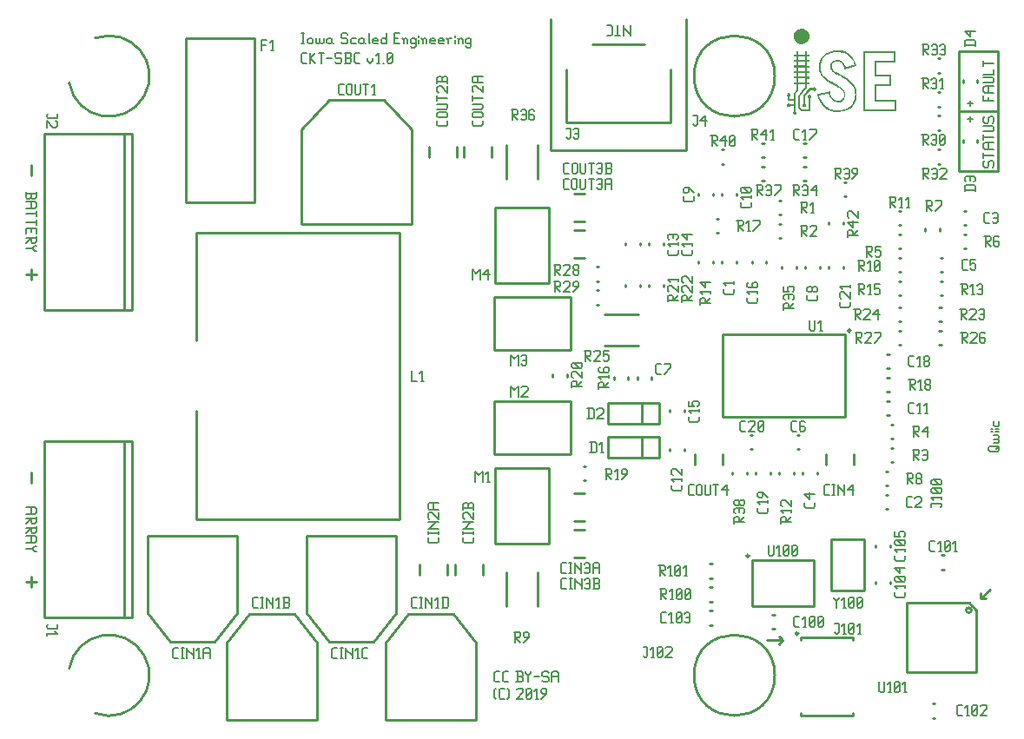
<source format=gbr>
G04 start of page 11 for group -4079 idx -4079 *
G04 Title: (unknown), topsilk *
G04 Creator: pcb 20140316 *
G04 CreationDate: Wed 23 Jan 2019 04:12:56 AM GMT UTC *
G04 For: railfan *
G04 Format: Gerber/RS-274X *
G04 PCB-Dimensions (mil): 4000.00 2950.00 *
G04 PCB-Coordinate-Origin: lower left *
%MOIN*%
%FSLAX25Y25*%
%LNTOPSILK*%
%ADD166C,0.0060*%
%ADD165C,0.0100*%
%ADD164C,0.0001*%
G54D164*G36*
X310398Y274782D02*X309513Y275069D01*
X308748Y275628D01*
X308200Y276360D01*
X307913Y277223D01*
X307875Y277863D01*
X307956Y278482D01*
X308266Y279247D01*
X308786Y279898D01*
X309633Y280473D01*
X310604Y280716D01*
X311613Y280629D01*
X312557Y280202D01*
X313110Y279697D01*
X313534Y279079D01*
X313767Y278395D01*
X313837Y277668D01*
X313729Y276941D01*
X313463Y276268D01*
X313056Y275720D01*
X312541Y275275D01*
X311939Y274955D01*
X311288Y274782D01*
X310837Y274760D01*
X310398Y274782D01*
G37*
G36*
X311564Y250623D02*X311282Y250812D01*
X311103Y251100D01*
X311098Y251534D01*
X311325Y251887D01*
X311456Y251979D01*
X311467Y252440D01*
X311472Y253552D01*
Y255126D01*
X312568Y256504D01*
X313658Y257887D01*
X314988D01*
X315074Y258007D01*
X315302Y258202D01*
X315454Y258267D01*
X315660Y258278D01*
X315861Y258272D01*
X316013Y258202D01*
X316235Y258012D01*
X316371Y257768D01*
X316387Y257486D01*
X316322Y257214D01*
X316046Y256927D01*
X315660Y256813D01*
X315102Y257062D01*
X314977Y257198D01*
X313989D01*
X313072Y256043D01*
X312161Y254887D01*
Y251990D01*
X312264Y251919D01*
X312524Y251523D01*
X312492Y251024D01*
X312107Y250650D01*
X311564Y250617D01*
Y250623D01*
G37*
G36*
X334427Y260535D02*X335067Y260540D01*
X335061Y249641D01*
X346487D01*
Y252798D01*
X338713D01*
Y259319D01*
X344398D01*
Y262488D01*
X338713D01*
Y268271D01*
X346173D01*
Y271440D01*
X335078D01*
X335067Y260540D01*
X334427Y260535D01*
Y272064D01*
X346807D01*
Y267653D01*
X339347D01*
Y263133D01*
X345028D01*
Y258723D01*
X339364D01*
X339353Y256091D01*
X339347Y253460D01*
X347111D01*
Y249022D01*
X334427D01*
Y260535D01*
G37*
G36*
X323842Y248729D02*X322024Y249071D01*
X320440Y249793D01*
X319333Y250671D01*
X318389Y251778D01*
X317527Y253341D01*
X316881Y255196D01*
X316783Y255565D01*
X319203Y256081D01*
X320136Y256281D01*
X320912Y256444D01*
X321438Y256547D01*
X321639Y256580D01*
X321693Y256368D01*
X321742Y256118D01*
X321824Y255782D01*
X322187Y254757D01*
X322702Y253932D01*
X323348Y253324D01*
X324119Y252961D01*
X324357Y252918D01*
X324753Y252901D01*
X325144Y252918D01*
X325399Y252961D01*
X326419Y253547D01*
X326978Y254583D01*
X327032Y255212D01*
X326978Y255809D01*
X327580Y255983D01*
X327618Y254567D01*
X327260Y253617D01*
X326630Y252885D01*
X325773Y252424D01*
X324737Y252256D01*
X323408Y252559D01*
X322339Y253384D01*
X321547Y254627D01*
X321346Y255153D01*
X321200Y255657D01*
X321151Y255826D01*
X321102Y255842D01*
X320950Y255815D01*
X320592Y255739D01*
X320066Y255625D01*
X319436Y255489D01*
X318286Y255245D01*
X317749Y255126D01*
X317586Y255077D01*
Y255044D01*
X317635Y254860D01*
X317760Y254491D01*
X317906Y254084D01*
X318031Y253758D01*
X319029Y251979D01*
X320315Y250650D01*
X321889Y249782D01*
X323760Y249364D01*
X324156Y249353D01*
X324704D01*
X325252Y249369D01*
X325675Y249402D01*
X327005Y249657D01*
X328166Y250091D01*
X329066Y250623D01*
X329820Y251279D01*
X330423Y252060D01*
X330889Y252966D01*
X331117Y253661D01*
X331274Y254447D01*
X331323Y255402D01*
X331274Y256336D01*
X331047Y257323D01*
X330689Y258213D01*
X330168Y259032D01*
X329484Y259813D01*
X328784Y260459D01*
X327976Y261056D01*
X326902Y261717D01*
X325410Y262547D01*
X324265Y263182D01*
X323473Y263660D01*
X322920Y264061D01*
X322491Y264463D01*
X321943Y265249D01*
X321775Y266117D01*
X321921Y267159D01*
X322355Y267973D01*
X323060Y268537D01*
X324015Y268819D01*
X324596Y268836D01*
X325171Y268770D01*
X325941Y268477D01*
X326609Y267951D01*
X327184Y267186D01*
X327678Y266166D01*
X327764Y265966D01*
X327824Y265922D01*
X327987Y265971D01*
X328366Y266074D01*
X328876Y266226D01*
X329462Y266394D01*
X330038Y266562D01*
X330537Y266714D01*
X330895Y266817D01*
X331036Y266861D01*
X331009Y266985D01*
X330922Y267262D01*
X330797Y267604D01*
X330678Y267919D01*
X330000Y269134D01*
X329110Y270138D01*
X328036Y270913D01*
X326782Y271440D01*
X325025Y271743D01*
X323104Y271657D01*
X321357Y271196D01*
X319957Y270360D01*
X319257Y269633D01*
X318715Y268749D01*
X318346Y267723D01*
X318145Y266573D01*
X318118Y265797D01*
X318156Y265087D01*
X318395Y264105D01*
X318834Y263199D01*
X319474Y262358D01*
X320337Y261566D01*
X320879Y261159D01*
X321509Y260746D01*
X322312Y260269D01*
X323397Y259661D01*
X324124Y259260D01*
X324666Y258951D01*
X325090Y258696D01*
X325464Y258457D01*
X326896Y257247D01*
X327580Y255983D01*
X326978Y255809D01*
X326381Y256878D01*
X325122Y257925D01*
X324759Y258158D01*
X324352Y258403D01*
X323836Y258696D01*
X323142Y259075D01*
X321764Y259851D01*
X320749Y260480D01*
X319974Y261045D01*
X319317Y261625D01*
X318568Y262466D01*
X318031Y263350D01*
X317613Y264533D01*
X317483Y265846D01*
X317575Y267132D01*
X317868Y268331D01*
X318628Y269855D01*
X319789Y271038D01*
X321319Y271863D01*
X323191Y272302D01*
X324650Y272384D01*
X326034Y272259D01*
X327309Y271933D01*
X328448Y271407D01*
X329587Y270561D01*
X330526Y269476D01*
X331253Y268174D01*
X331746Y266671D01*
X331806Y266416D01*
X329604Y265776D01*
X328741Y265532D01*
X328036Y265331D01*
X327558Y265201D01*
X327379Y265157D01*
X327303Y265358D01*
X327075Y265960D01*
X326815Y266535D01*
X326055Y267604D01*
X325106Y268136D01*
X324471Y268201D01*
X323820Y268152D01*
X322963Y267680D01*
X322626Y267219D01*
X322442Y266622D01*
X322404Y266139D01*
X322442Y265727D01*
X322789Y265076D01*
X323516Y264408D01*
X323869Y264164D01*
X324308Y263888D01*
X324883Y263562D01*
X325654Y263139D01*
X326522Y262667D01*
X327205Y262282D01*
X327764Y261951D01*
X328242Y261642D01*
X329468Y260714D01*
X330434Y259726D01*
X331161Y258674D01*
X331649Y257534D01*
X331925Y256162D01*
X331931Y254730D01*
X331676Y253330D01*
X331166Y252066D01*
X330369Y250948D01*
X329327Y250037D01*
X328057Y249359D01*
X326592Y248914D01*
X325214Y248740D01*
X323842Y248735D01*
Y248729D01*
G37*
G36*
X308000Y247709D02*X307604Y247980D01*
X307468Y248425D01*
X307522Y248740D01*
X307718Y248990D01*
X307848Y249104D01*
Y250986D01*
X307175D01*
X306698Y250981D01*
X306502Y250964D01*
X306410Y250840D01*
X306057Y250617D01*
X305629D01*
X305330Y250807D01*
X305146Y251100D01*
X305119Y251431D01*
X305227Y251724D01*
X305444Y251946D01*
X305759Y252066D01*
X306139Y252012D01*
X306448Y251773D01*
X306513Y251675D01*
X307181D01*
X307848Y251670D01*
Y253167D01*
X305515D01*
Y253900D01*
X305510Y254627D01*
X305412Y254697D01*
X305244Y254876D01*
X305135Y255093D01*
X305146Y255527D01*
X305330Y255815D01*
X305618Y255994D01*
X305954Y256026D01*
X306247Y255923D01*
X306470Y255701D01*
X306589Y255381D01*
X306535Y255006D01*
X306296Y254697D01*
X306199Y254627D01*
Y253851D01*
X307848D01*
Y256156D01*
X308314Y256748D01*
X308786Y257339D01*
Y259406D01*
X307875D01*
Y260193D01*
X312259D01*
Y261566D01*
X309443D01*
Y260193D01*
X308786D01*
Y261566D01*
X307875D01*
Y262325D01*
X308776D01*
Y263692D01*
X309459Y263719D01*
X309454Y263057D01*
X309448Y262586D01*
X309459Y262368D01*
X309524Y262358D01*
X309747Y262347D01*
X310181Y262341D01*
X310864Y262336D01*
X312259D01*
Y263719D01*
X309459D01*
X308776Y263692D01*
X307875D01*
Y264452D01*
X308786D01*
X309443Y264479D01*
X312259D01*
Y265852D01*
X309443D01*
Y264479D01*
X308786Y264452D01*
Y265824D01*
X307875D01*
Y266584D01*
X308776D01*
X308786Y267962D01*
X309443Y268005D01*
Y267327D01*
X309448Y266844D01*
X309465Y266627D01*
X309877Y266617D01*
X310864Y266611D01*
X312248D01*
X312253Y267300D01*
Y267316D01*
X312264Y268005D01*
X309443D01*
X308786Y267962D01*
X307875D01*
Y268722D01*
X308776D01*
Y270094D01*
X309459Y270148D01*
X309454Y269492D01*
X309448Y269015D01*
X309459Y268797D01*
X309524Y268787D01*
X309747Y268776D01*
X310181Y268770D01*
X310864Y268765D01*
X312264D01*
X312253Y269459D01*
X312248Y270148D01*
X309459D01*
X308776Y270094D01*
X307875D01*
Y270854D01*
X308786D01*
Y272096D01*
X309443D01*
Y270854D01*
X312259D01*
Y272096D01*
X312948D01*
Y270854D01*
X313859D01*
Y270094D01*
X312948D01*
Y268694D01*
X313859D01*
Y267935D01*
X312948D01*
Y266541D01*
X313859D01*
Y265781D01*
X312948D01*
Y264408D01*
X313859D01*
Y263649D01*
X312948D01*
Y262255D01*
X313859D01*
Y261495D01*
X312948D01*
Y260122D01*
X313859D01*
Y259336D01*
X312948D01*
X312942Y258750D01*
Y258158D01*
X311526Y256368D01*
X310105Y254583D01*
Y250574D01*
X311081Y249597D01*
X313501D01*
Y251719D01*
X313496Y252543D01*
Y253216D01*
X313490Y253672D01*
X313485Y253834D01*
X313360Y253927D01*
X313116Y254393D01*
X313251Y254909D01*
X313827Y255218D01*
X314429Y254947D01*
X314586Y254382D01*
X314288Y253872D01*
X314190Y253802D01*
Y248914D01*
X310799D01*
X309443Y250270D01*
Y254844D01*
X310853Y256623D01*
X312259Y258403D01*
Y259341D01*
X309443D01*
Y257003D01*
X308531Y255853D01*
Y249022D01*
X308597Y248990D01*
X308776Y248821D01*
X308906Y248588D01*
X308873Y248073D01*
X308526Y247693D01*
X308260Y247633D01*
X308000Y247644D01*
Y247709D01*
G37*
G54D165*X303500Y46000D02*X302000Y47500D01*
X303500Y46000D02*X302000Y44500D01*
X303500Y46000D02*X297500D01*
X379500Y62000D02*X383000Y65500D01*
X379500Y62000D02*Y64000D01*
Y62000D02*X381500D01*
X371000Y249000D02*X386000D01*
X371000Y226000D02*X386000D01*
Y272000D02*Y226000D01*
G54D166*X374500Y246000D02*X376500D01*
X375500Y247000D02*Y245000D01*
G54D165*X386000Y272000D02*X371000D01*
Y226000D01*
G54D166*X374500Y252000D02*X376500D01*
X375500Y253000D02*Y251000D01*
G54D165*X15000Y228500D02*Y224500D01*
Y188500D02*Y184500D01*
Y110500D02*Y106500D01*
Y70500D02*Y66500D01*
X13000Y186500D02*X17000D01*
X13000Y68500D02*X17000D01*
X29735Y259808D02*G75*G03X39699Y277065I15265J2692D01*G01*
X39699Y17935D02*G75*G03X29735Y35192I5301J14565D01*G01*
X269500Y262500D02*G75*G03X269500Y262500I15500J0D01*G01*
Y32500D02*G75*G03X269500Y32500I15500J0D01*G01*
G54D166*X245000Y282000D02*Y278000D01*
Y278500D02*Y278000D01*
Y278500D02*X242500Y281000D01*
Y282000D02*Y278000D01*
X239300D02*X241300D01*
X240300Y282000D02*Y278000D01*
X236100Y282000D02*X237600D01*
X238100Y281500D02*X237600Y282000D01*
X238100Y281500D02*Y278500D01*
X237600Y278000D01*
X236100D02*X237600D01*
X380500Y253000D02*X384500D01*
X380500Y255000D02*Y253000D01*
X382500Y254500D02*Y253000D01*
X381000Y256200D02*X384500D01*
X381000D02*X380500Y256700D01*
Y258200D02*Y256700D01*
Y258200D02*X381000Y258700D01*
X384500D01*
X382500D02*Y256200D01*
X380500Y259900D02*X384000D01*
X384500Y260400D01*
Y261400D02*Y260400D01*
Y261400D02*X384000Y261900D01*
X380500D02*X384000D01*
X380500Y263100D02*X384500D01*
Y265100D02*Y263100D01*
X380500Y268300D02*Y266300D01*
Y267300D02*X384500D01*
X380500Y229500D02*X381000Y230000D01*
X380500Y229500D02*Y228000D01*
X381000Y227500D02*X380500Y228000D01*
X381000Y227500D02*X382000D01*
X382500Y228000D01*
Y229500D02*Y228000D01*
Y229500D02*X383000Y230000D01*
X384000D01*
X384500Y229500D02*X384000Y230000D01*
X384500Y229500D02*Y228000D01*
X384000Y227500D02*X384500Y228000D01*
X380500Y233200D02*Y231200D01*
Y232200D02*X384500D01*
X381000Y234400D02*X384500D01*
X381000D02*X380500Y234900D01*
Y236400D02*Y234900D01*
Y236400D02*X381000Y236900D01*
X384500D01*
X382500D02*Y234400D01*
X380500Y240100D02*Y238100D01*
Y239100D02*X384500D01*
X380500Y241300D02*X384000D01*
X384500Y241800D01*
Y242800D02*Y241800D01*
Y242800D02*X384000Y243300D01*
X380500D02*X384000D01*
X380500Y246500D02*X381000Y247000D01*
X380500Y246500D02*Y245000D01*
X381000Y244500D02*X380500Y245000D01*
X381000Y244500D02*X382000D01*
X382500Y245000D01*
Y246500D02*Y245000D01*
Y246500D02*X383000Y247000D01*
X384000D01*
X384500Y246500D02*X384000Y247000D01*
X384500Y246500D02*Y245000D01*
X384000Y244500D02*X384500Y245000D01*
X119457Y267500D02*X120957D01*
X118957Y268000D02*X119457Y267500D01*
X118957Y271000D02*Y268000D01*
Y271000D02*X119457Y271500D01*
X120957D01*
X122157D02*Y267500D01*
Y269500D02*X124157Y271500D01*
X122157Y269500D02*X124157Y267500D01*
X125357Y271500D02*X127357D01*
X126357D02*Y267500D01*
X128557Y269500D02*X130557D01*
X133757Y271500D02*X134257Y271000D01*
X132257Y271500D02*X133757D01*
X131757Y271000D02*X132257Y271500D01*
X131757Y271000D02*Y270000D01*
X132257Y269500D01*
X133757D01*
X134257Y269000D01*
Y268000D01*
X133757Y267500D02*X134257Y268000D01*
X132257Y267500D02*X133757D01*
X131757Y268000D02*X132257Y267500D01*
X135457D02*X137457D01*
X137957Y268000D01*
Y269000D02*Y268000D01*
X137457Y269500D02*X137957Y269000D01*
X135957Y269500D02*X137457D01*
X135957Y271500D02*Y267500D01*
X135457Y271500D02*X137457D01*
X137957Y271000D01*
Y270000D01*
X137457Y269500D02*X137957Y270000D01*
X139657Y267500D02*X141157D01*
X139157Y268000D02*X139657Y267500D01*
X139157Y271000D02*Y268000D01*
Y271000D02*X139657Y271500D01*
X141157D01*
X144157Y269500D02*Y268500D01*
X145157Y267500D01*
X146157Y268500D01*
Y269500D02*Y268500D01*
X147857Y267500D02*X148857D01*
X148357Y271500D02*Y267500D01*
X147357Y270500D02*X148357Y271500D01*
X150057Y267500D02*X150557D01*
X151757Y268000D02*X152257Y267500D01*
X151757Y271000D02*Y268000D01*
Y271000D02*X152257Y271500D01*
X153257D01*
X153757Y271000D01*
Y268000D01*
X153257Y267500D02*X153757Y268000D01*
X152257Y267500D02*X153257D01*
X151757Y268500D02*X153757Y270500D01*
X118957Y279000D02*X119957D01*
X119457D02*Y275000D01*
X118957D02*X119957D01*
X121157Y276500D02*Y275500D01*
Y276500D02*X121657Y277000D01*
X122657D01*
X123157Y276500D01*
Y275500D01*
X122657Y275000D02*X123157Y275500D01*
X121657Y275000D02*X122657D01*
X121157Y275500D02*X121657Y275000D01*
X124357Y277000D02*Y275500D01*
X124857Y275000D01*
X125357D01*
X125857Y275500D01*
Y277000D02*Y275500D01*
X126357Y275000D01*
X126857D01*
X127357Y275500D01*
Y277000D02*Y275500D01*
X130057Y277000D02*X130557Y276500D01*
X129057Y277000D02*X130057D01*
X128557Y276500D02*X129057Y277000D01*
X128557Y276500D02*Y275500D01*
X129057Y275000D01*
X130557Y277000D02*Y275500D01*
X131057Y275000D01*
X129057D02*X130057D01*
X130557Y275500D01*
X136057Y279000D02*X136557Y278500D01*
X134557Y279000D02*X136057D01*
X134057Y278500D02*X134557Y279000D01*
X134057Y278500D02*Y277500D01*
X134557Y277000D01*
X136057D01*
X136557Y276500D01*
Y275500D01*
X136057Y275000D02*X136557Y275500D01*
X134557Y275000D02*X136057D01*
X134057Y275500D02*X134557Y275000D01*
X138257Y277000D02*X139757D01*
X137757Y276500D02*X138257Y277000D01*
X137757Y276500D02*Y275500D01*
X138257Y275000D01*
X139757D01*
X142457Y277000D02*X142957Y276500D01*
X141457Y277000D02*X142457D01*
X140957Y276500D02*X141457Y277000D01*
X140957Y276500D02*Y275500D01*
X141457Y275000D01*
X142957Y277000D02*Y275500D01*
X143457Y275000D01*
X141457D02*X142457D01*
X142957Y275500D01*
X144657Y279000D02*Y275500D01*
X145157Y275000D01*
X146657D02*X148157D01*
X146157Y275500D02*X146657Y275000D01*
X146157Y276500D02*Y275500D01*
Y276500D02*X146657Y277000D01*
X147657D01*
X148157Y276500D01*
X146157Y276000D02*X148157D01*
Y276500D02*Y276000D01*
X151357Y279000D02*Y275000D01*
X150857D02*X151357Y275500D01*
X149857Y275000D02*X150857D01*
X149357Y275500D02*X149857Y275000D01*
X149357Y276500D02*Y275500D01*
Y276500D02*X149857Y277000D01*
X150857D01*
X151357Y276500D01*
X154357Y277000D02*X155857D01*
X154357Y275000D02*X156357D01*
X154357Y279000D02*Y275000D01*
Y279000D02*X156357D01*
X158057Y276500D02*Y275000D01*
Y276500D02*X158557Y277000D01*
X159057D01*
X159557Y276500D01*
Y275000D01*
X157557Y277000D02*X158057Y276500D01*
X162257Y277000D02*X162757Y276500D01*
X161257Y277000D02*X162257D01*
X160757Y276500D02*X161257Y277000D01*
X160757Y276500D02*Y275500D01*
X161257Y275000D01*
X162257D01*
X162757Y275500D01*
X160757Y274000D02*X161257Y273500D01*
X162257D01*
X162757Y274000D01*
Y277000D02*Y274000D01*
X163957Y278000D02*Y277500D01*
Y276500D02*Y275000D01*
X165457Y276500D02*Y275000D01*
Y276500D02*X165957Y277000D01*
X166457D01*
X166957Y276500D01*
Y275000D01*
X164957Y277000D02*X165457Y276500D01*
X168657Y275000D02*X170157D01*
X168157Y275500D02*X168657Y275000D01*
X168157Y276500D02*Y275500D01*
Y276500D02*X168657Y277000D01*
X169657D01*
X170157Y276500D01*
X168157Y276000D02*X170157D01*
Y276500D02*Y276000D01*
X171857Y275000D02*X173357D01*
X171357Y275500D02*X171857Y275000D01*
X171357Y276500D02*Y275500D01*
Y276500D02*X171857Y277000D01*
X172857D01*
X173357Y276500D01*
X171357Y276000D02*X173357D01*
Y276500D02*Y276000D01*
X175057Y276500D02*Y275000D01*
Y276500D02*X175557Y277000D01*
X176557D01*
X174557D02*X175057Y276500D01*
X177757Y278000D02*Y277500D01*
Y276500D02*Y275000D01*
X179257Y276500D02*Y275000D01*
Y276500D02*X179757Y277000D01*
X180257D01*
X180757Y276500D01*
Y275000D01*
X178757Y277000D02*X179257Y276500D01*
X183457Y277000D02*X183957Y276500D01*
X182457Y277000D02*X183457D01*
X181957Y276500D02*X182457Y277000D01*
X181957Y276500D02*Y275500D01*
X182457Y275000D01*
X183457D01*
X183957Y275500D01*
X181957Y274000D02*X182457Y273500D01*
X183457D01*
X183957Y274000D01*
Y277000D02*Y274000D01*
X13000Y218000D02*Y216000D01*
X13500Y215500D01*
X14500D01*
X15000Y216000D02*X14500Y215500D01*
X15000Y217500D02*Y216000D01*
X13000Y217500D02*X17000D01*
Y218000D02*Y216000D01*
X16500Y215500D01*
X15500D02*X16500D01*
X15000Y216000D02*X15500Y215500D01*
X13000Y214300D02*X16500D01*
X17000Y213800D01*
Y212300D01*
X16500Y211800D01*
X13000D02*X16500D01*
X15000Y214300D02*Y211800D01*
X17000Y210600D02*Y208600D01*
X13000Y209600D02*X17000D01*
Y207400D02*Y205400D01*
X13000Y206400D02*X17000D01*
X15000Y204200D02*Y202700D01*
X13000Y204200D02*Y202200D01*
Y204200D02*X17000D01*
Y202200D01*
Y201000D02*Y199000D01*
X16500Y198500D01*
X15500D02*X16500D01*
X15000Y199000D02*X15500Y198500D01*
X15000Y200500D02*Y199000D01*
X13000Y200500D02*X17000D01*
X15000D02*X13000Y198500D01*
X16500Y197300D02*X17000D01*
X16500D02*X15500Y196300D01*
X16500Y195300D01*
X17000D01*
X13000Y196300D02*X15500D01*
X13000Y97000D02*X16500D01*
X17000Y96500D01*
Y95000D01*
X16500Y94500D01*
X13000D02*X16500D01*
X15000Y97000D02*Y94500D01*
X17000Y93300D02*Y91300D01*
X16500Y90800D01*
X15500D02*X16500D01*
X15000Y91300D02*X15500Y90800D01*
X15000Y92800D02*Y91300D01*
X13000Y92800D02*X17000D01*
X15000D02*X13000Y90800D01*
X17000Y89600D02*Y87600D01*
X16500Y87100D01*
X15500D02*X16500D01*
X15000Y87600D02*X15500Y87100D01*
X15000Y89100D02*Y87600D01*
X13000Y89100D02*X17000D01*
X15000D02*X13000Y87100D01*
Y85900D02*X16500D01*
X17000Y85400D01*
Y83900D01*
X16500Y83400D01*
X13000D02*X16500D01*
X15000Y85900D02*Y83400D01*
X16500Y82200D02*X17000D01*
X16500D02*X15500Y81200D01*
X16500Y80200D01*
X17000D01*
X13000Y81200D02*X15500D01*
X193457Y30000D02*X194957D01*
X192957Y30500D02*X193457Y30000D01*
X192957Y33500D02*Y30500D01*
Y33500D02*X193457Y34000D01*
X194957D01*
X196657Y30000D02*X198157D01*
X196157Y30500D02*X196657Y30000D01*
X196157Y33500D02*Y30500D01*
Y33500D02*X196657Y34000D01*
X198157D01*
X201157Y30000D02*X203157D01*
X203657Y30500D01*
Y31500D02*Y30500D01*
X203157Y32000D02*X203657Y31500D01*
X201657Y32000D02*X203157D01*
X201657Y34000D02*Y30000D01*
X201157Y34000D02*X203157D01*
X203657Y33500D01*
Y32500D01*
X203157Y32000D02*X203657Y32500D01*
X204857Y34000D02*Y33500D01*
X205857Y32500D01*
X206857Y33500D01*
Y34000D02*Y33500D01*
X205857Y32500D02*Y30000D01*
X208057Y32000D02*X210057D01*
X213257Y34000D02*X213757Y33500D01*
X211757Y34000D02*X213257D01*
X211257Y33500D02*X211757Y34000D01*
X211257Y33500D02*Y32500D01*
X211757Y32000D01*
X213257D01*
X213757Y31500D01*
Y30500D01*
X213257Y30000D02*X213757Y30500D01*
X211757Y30000D02*X213257D01*
X211257Y30500D02*X211757Y30000D01*
X214957Y33500D02*Y30000D01*
Y33500D02*X215457Y34000D01*
X216957D01*
X217457Y33500D01*
Y30000D01*
X214957Y32000D02*X217457D01*
X192957Y24000D02*X193457Y23500D01*
X192957Y27000D02*X193457Y27500D01*
X192957Y27000D02*Y24000D01*
X195157Y23500D02*X196657D01*
X194657Y24000D02*X195157Y23500D01*
X194657Y27000D02*Y24000D01*
Y27000D02*X195157Y27500D01*
X196657D01*
X197857D02*X198357Y27000D01*
Y24000D01*
X197857Y23500D02*X198357Y24000D01*
X201357Y27000D02*X201857Y27500D01*
X203357D01*
X203857Y27000D01*
Y26000D01*
X201357Y23500D02*X203857Y26000D01*
X201357Y23500D02*X203857D01*
X205057Y24000D02*X205557Y23500D01*
X205057Y27000D02*Y24000D01*
Y27000D02*X205557Y27500D01*
X206557D01*
X207057Y27000D01*
Y24000D01*
X206557Y23500D02*X207057Y24000D01*
X205557Y23500D02*X206557D01*
X205057Y24500D02*X207057Y26500D01*
X208757Y23500D02*X209757D01*
X209257Y27500D02*Y23500D01*
X208257Y26500D02*X209257Y27500D01*
X210957Y23500D02*X212957Y25500D01*
Y27000D02*Y25500D01*
X212457Y27500D02*X212957Y27000D01*
X211457Y27500D02*X212457D01*
X210957Y27000D02*X211457Y27500D01*
X210957Y27000D02*Y26000D01*
X211457Y25500D01*
X212957D01*
X383000Y118500D02*X386000D01*
X383000D02*X382500Y119000D01*
Y120000D02*Y119000D01*
Y120000D02*X383000Y120500D01*
X386000D01*
X386500Y120000D02*X386000Y120500D01*
X386500Y120000D02*Y119000D01*
X386000Y118500D02*X386500Y119000D01*
X385500Y119500D02*X386500Y120500D01*
X384500Y121700D02*X386000D01*
X386500Y122200D01*
Y122700D02*Y122200D01*
Y122700D02*X386000Y123200D01*
X384500D02*X386000D01*
X386500Y123700D01*
Y124200D02*Y123700D01*
Y124200D02*X386000Y124700D01*
X384500D02*X386000D01*
X383500Y125900D02*X384000D01*
X385000D02*X386500D01*
X383500Y126900D02*X384000D01*
X385000D02*X386500D01*
X384500Y129900D02*Y128400D01*
X385000Y127900D02*X384500Y128400D01*
X385000Y127900D02*X386000D01*
X386500Y128400D01*
Y129900D02*Y128400D01*
G54D165*X192933Y177736D02*Y157264D01*
Y177736D02*X222067D01*
Y157264D01*
X192933D02*X222067D01*
X193264Y212067D02*X213736D01*
Y182933D01*
X193264D02*X213736D01*
X193264Y212067D02*Y182933D01*
X223532Y217314D02*X227468D01*
X223532Y206686D02*X227468D01*
X223532Y203314D02*X227468D01*
X223532Y192686D02*X227468D01*
X232107Y183745D02*X232893D01*
X232107Y189255D02*X232893D01*
X232107Y174745D02*X232893D01*
X232107Y180255D02*X232893D01*
X243245Y182393D02*Y181607D01*
X248755Y182393D02*Y181607D01*
X243245Y198393D02*Y197607D01*
X248755Y198393D02*Y197607D01*
X252245Y182393D02*Y181607D01*
X257755Y182393D02*Y181607D01*
X252245Y198393D02*Y197607D01*
X257755Y198393D02*Y197607D01*
X235000Y158900D02*X248000D01*
X235000Y171100D02*X248000D01*
X230500Y274800D02*X250500D01*
X220500Y244800D02*X260500D01*
Y265000D02*Y244800D01*
X220500Y265000D02*Y244800D01*
X214500Y284500D02*Y234200D01*
X266500Y284500D02*Y234200D01*
X214500D02*X266500D01*
X197400Y236000D02*Y223000D01*
X209600Y236000D02*Y223000D01*
X178314Y235468D02*Y231532D01*
X167686Y235468D02*Y231532D01*
X191814Y235468D02*Y231532D01*
X181186Y235468D02*Y231532D01*
X311607Y222245D02*X312393D01*
X311607Y227755D02*X312393D01*
X311607Y231245D02*X312393D01*
X311607Y236755D02*X312393D01*
X302107Y214755D02*X302893D01*
X302107Y209245D02*X302893D01*
X295607Y222245D02*X296393D01*
X295607Y227755D02*X296393D01*
X295607Y231245D02*X296393D01*
X295607Y236755D02*X296393D01*
X280245Y217393D02*Y216607D01*
X285755Y217393D02*Y216607D01*
X271245Y217393D02*Y216607D01*
X276755Y217393D02*Y216607D01*
X280107Y228745D02*X280893D01*
X280107Y234255D02*X280893D01*
X280245Y191393D02*Y190607D01*
X285755Y191393D02*Y190607D01*
X276755Y191393D02*Y190607D01*
X271245Y191393D02*Y190607D01*
X278107Y207755D02*X278893D01*
X278107Y202245D02*X278893D01*
X302107Y200245D02*X302893D01*
X302107Y205755D02*X302893D01*
X312245Y189393D02*Y188607D01*
X317755Y189393D02*Y188607D01*
X308755Y189393D02*Y188607D01*
X303245Y189393D02*Y188607D01*
X291745Y191393D02*Y190607D01*
X297255Y191393D02*Y190607D01*
X321245Y189393D02*Y188607D01*
X326755Y189393D02*Y188607D01*
X321245Y206393D02*Y205607D01*
X326755Y206393D02*Y205607D01*
X327107Y216245D02*X327893D01*
X327107Y221755D02*X327893D01*
X100950Y277000D02*Y214000D01*
X74450D02*X100950D01*
X74450Y277000D02*Y214000D01*
Y277000D02*X100950D01*
X20102Y240437D02*X53961D01*
Y172563D01*
X50811Y240437D02*Y172563D01*
X53961D02*X20102D01*
Y240437D01*
X78500Y134000D02*Y92500D01*
X156500D01*
Y202500D02*Y92500D01*
X78500Y202500D02*X156500D01*
X78500D02*Y161000D01*
X150600Y253300D02*X161200Y242100D01*
Y205800D01*
X118800D02*X161200D01*
X118800Y242100D02*Y205800D01*
Y242100D02*X129400Y253300D01*
X150600D01*
X116100Y56100D02*X124800Y45200D01*
Y15300D01*
X90200D02*X124800D01*
X90200Y45200D02*Y15300D01*
Y45200D02*X98900Y56100D01*
X116100D01*
X177100D02*X185800Y45200D01*
Y15300D01*
X151200D02*X185800D01*
X151200Y45200D02*Y15300D01*
Y45200D02*X159900Y56100D01*
X177100D01*
X20102Y122437D02*X53961D01*
Y54563D01*
X50811Y122437D02*Y54563D01*
X53961D02*X20102D01*
Y122437D01*
X129400Y45400D02*X120700Y56300D01*
Y86200D02*Y56300D01*
Y86200D02*X155300D01*
Y56300D01*
X146600Y45400D01*
X129400D02*X146600D01*
X68400D02*X59700Y56300D01*
Y86200D02*Y56300D01*
Y86200D02*X94300D01*
Y56300D01*
X85600Y45400D01*
X68400D02*X85600D01*
X193264Y82933D02*X213736D01*
X193264Y112067D02*Y82933D01*
Y112067D02*X213736D01*
Y82933D01*
X192933Y137736D02*Y117264D01*
Y137736D02*X222067D01*
Y117264D01*
X192933D02*X222067D01*
X223532Y102314D02*X227468D01*
X223532Y91686D02*X227468D01*
X223532Y88314D02*X227468D01*
X223532Y77686D02*X227468D01*
X197400Y72000D02*Y59000D01*
X209600Y72000D02*Y59000D01*
X177686Y74968D02*Y71032D01*
X188314Y74968D02*Y71032D01*
X164186Y74968D02*Y71032D01*
X174814Y74968D02*Y71032D01*
X215245Y147893D02*Y147107D01*
X220755Y147893D02*Y147107D01*
X227107Y112755D02*X227893D01*
X227107Y107245D02*X227893D01*
X236600Y137000D02*X256300D01*
X236600Y129000D02*X256300D01*
Y137000D02*Y129000D01*
X236600Y137000D02*Y129000D01*
X249500Y137000D02*Y129000D01*
X236600Y124000D02*X256300D01*
X236600Y116000D02*X256300D01*
Y124000D02*Y116000D01*
X236600Y124000D02*Y116000D01*
X249500Y124000D02*Y116000D01*
X253255Y146893D02*Y146107D01*
X247745Y146893D02*Y146107D01*
X244255Y146893D02*Y146107D01*
X238745Y146893D02*Y146107D01*
X275607Y75255D02*X276393D01*
X275607Y69745D02*X276393D01*
X275607Y66255D02*X276393D01*
X275607Y60745D02*X276393D01*
X275607Y57255D02*X276393D01*
X275607Y51745D02*X276393D01*
X260245Y134393D02*Y133607D01*
X265755Y134393D02*Y133607D01*
X260245Y119436D02*Y118650D01*
X265755Y119436D02*Y118650D01*
X280314Y117468D02*Y113532D01*
X269686Y117468D02*Y113532D01*
X316755Y110393D02*Y109607D01*
X311245Y110393D02*Y109607D01*
X307755Y110393D02*Y109607D01*
X302245Y110393D02*Y109607D01*
X309107Y119245D02*X309893D01*
X309107Y124755D02*X309893D01*
X298755Y110393D02*Y109607D01*
X293245Y110393D02*Y109607D01*
X289755Y110393D02*Y109607D01*
X284245Y110393D02*Y109607D01*
X291107Y119245D02*X291893D01*
X291107Y124755D02*X291893D01*
X327622Y163248D02*Y131752D01*
X280378D02*X327622D01*
X280378Y163248D02*Y131752D01*
Y163248D02*X327622D01*
X329122Y165248D02*G75*G03X329122Y165248I0J-500D01*G01*
X343607Y146755D02*X344393D01*
X343607Y141245D02*X344393D01*
X343607Y137755D02*X344393D01*
X343607Y132245D02*X344393D01*
X343607Y150245D02*X344393D01*
X343607Y155755D02*X344393D01*
X345107Y123245D02*X345893D01*
X345107Y128755D02*X345893D01*
X348107Y164755D02*X348893D01*
X348107Y159245D02*X348893D01*
X363607Y164755D02*X364393D01*
X363607Y159245D02*X364393D01*
X348107Y173755D02*X348893D01*
X348107Y168245D02*X348893D01*
X363607Y173755D02*X364393D01*
X363607Y168245D02*X364393D01*
X348107Y178245D02*X348893D01*
X348107Y183755D02*X348893D01*
X348107Y187245D02*X348893D01*
X348107Y192755D02*X348893D01*
X364107D02*X364893D01*
X364107Y187245D02*X364893D01*
X364107Y178245D02*X364893D01*
X364107Y183755D02*X364893D01*
X358245Y203893D02*Y203107D01*
X363755Y203893D02*Y203107D01*
X363107Y263745D02*X363893D01*
X363107Y269255D02*X363893D01*
X363107Y228745D02*X363893D01*
X363107Y234255D02*X363893D01*
X363107Y241745D02*X363893D01*
X363107Y247255D02*X363893D01*
X363107Y250745D02*X363893D01*
X363107Y256255D02*X363893D01*
X348107Y205245D02*X348893D01*
X348107Y210755D02*X348893D01*
X348107Y196245D02*X348893D01*
X348107Y201755D02*X348893D01*
X373107Y210755D02*X373893D01*
X373107Y205245D02*X373893D01*
X373107Y196245D02*X373893D01*
X373107Y201755D02*X373893D01*
X372745Y237893D02*Y237107D01*
X378255Y237893D02*Y237107D01*
Y260893D02*Y260107D01*
X372745Y260893D02*Y260107D01*
X344755Y68393D02*Y67607D01*
X339245Y68393D02*Y67607D01*
Y82393D02*Y81607D01*
X344755Y82393D02*Y81607D01*
X377879Y57479D02*Y33621D01*
X351121D02*X377879D01*
X351121Y60379D02*Y33621D01*
Y60379D02*X374979D01*
X377879Y57479D01*
X374979Y58479D02*G75*G03X374979Y58479I0J-1000D01*G01*
X361107Y21712D02*X361893D01*
X361107Y16202D02*X361893D01*
X364607Y78712D02*X365393D01*
X364607Y73202D02*X365393D01*
X345107Y119755D02*X345893D01*
X345107Y114245D02*X345893D01*
X343107Y105245D02*X343893D01*
X343107Y110755D02*X343893D01*
X343107Y101755D02*X343893D01*
X343107Y96245D02*X343893D01*
X330814Y117468D02*Y113532D01*
X320186Y117468D02*Y113532D01*
X322158Y84843D02*X334756D01*
Y65157D01*
X322158D02*X334756D01*
X322158Y84843D02*Y65157D01*
X299607Y55755D02*X300393D01*
X299607Y50245D02*X300393D01*
X310500Y47000D02*X330500D01*
Y17000D02*X310500D01*
X330500Y47000D02*Y46000D01*
Y17000D02*Y18000D01*
X310500Y17000D02*Y18000D01*
Y47000D02*Y46000D01*
X308500Y48500D02*G75*G03X308500Y48500I500J0D01*G01*
X291689Y76858D02*X315311D01*
Y59142D01*
X291689D01*
Y76858D01*
X289689Y78358D02*G75*G03X289689Y78358I500J0D01*G01*
G54D166*X370850Y17107D02*X372350D01*
X370350Y17607D02*X370850Y17107D01*
X370350Y20607D02*Y17607D01*
Y20607D02*X370850Y21107D01*
X372350D01*
X374050Y17107D02*X375050D01*
X374550Y21107D02*Y17107D01*
X373550Y20107D02*X374550Y21107D01*
X376250Y17607D02*X376750Y17107D01*
X376250Y20607D02*Y17607D01*
Y20607D02*X376750Y21107D01*
X377750D01*
X378250Y20607D01*
Y17607D01*
X377750Y17107D02*X378250Y17607D01*
X376750Y17107D02*X377750D01*
X376250Y18107D02*X378250Y20107D01*
X379450Y20607D02*X379950Y21107D01*
X381450D01*
X381950Y20607D01*
Y19607D01*
X379450Y17107D02*X381950Y19607D01*
X379450Y17107D02*X381950D01*
X218945Y65650D02*X220445D01*
X218445Y66150D02*X218945Y65650D01*
X218445Y69150D02*Y66150D01*
Y69150D02*X218945Y69650D01*
X220445D01*
X221645D02*X222645D01*
X222145D02*Y65650D01*
X221645D02*X222645D01*
X223845Y69650D02*Y65650D01*
Y69650D02*Y69150D01*
X226345Y66650D01*
Y69650D02*Y65650D01*
X227545Y69150D02*X228045Y69650D01*
X229045D01*
X229545Y69150D01*
Y66150D01*
X229045Y65650D02*X229545Y66150D01*
X228045Y65650D02*X229045D01*
X227545Y66150D02*X228045Y65650D01*
Y67650D02*X229545D01*
X230745Y65650D02*X232745D01*
X233245Y66150D01*
Y67150D02*Y66150D01*
X232745Y67650D02*X233245Y67150D01*
X231245Y67650D02*X232745D01*
X231245Y69650D02*Y65650D01*
X230745Y69650D02*X232745D01*
X233245Y69150D01*
Y68150D01*
X232745Y67650D02*X233245Y68150D01*
X256436Y65650D02*X258436D01*
X258936Y65150D01*
Y64150D01*
X258436Y63650D02*X258936Y64150D01*
X256936Y63650D02*X258436D01*
X256936Y65650D02*Y61650D01*
Y63650D02*X258936Y61650D01*
X260636D02*X261636D01*
X261136Y65650D02*Y61650D01*
X260136Y64650D02*X261136Y65650D01*
X262836Y62150D02*X263336Y61650D01*
X262836Y65150D02*Y62150D01*
Y65150D02*X263336Y65650D01*
X264336D01*
X264836Y65150D01*
Y62150D01*
X264336Y61650D02*X264836Y62150D01*
X263336Y61650D02*X264336D01*
X262836Y62650D02*X264836Y64650D01*
X266036Y62150D02*X266536Y61650D01*
X266036Y65150D02*Y62150D01*
Y65150D02*X266536Y65650D01*
X267536D01*
X268036Y65150D01*
Y62150D01*
X267536Y61650D02*X268036Y62150D01*
X266536Y61650D02*X267536D01*
X266036Y62650D02*X268036Y64650D01*
X257264Y52650D02*X258764D01*
X256764Y53150D02*X257264Y52650D01*
X256764Y56150D02*Y53150D01*
Y56150D02*X257264Y56650D01*
X258764D01*
X260464Y52650D02*X261464D01*
X260964Y56650D02*Y52650D01*
X259964Y55650D02*X260964Y56650D01*
X262664Y53150D02*X263164Y52650D01*
X262664Y56150D02*Y53150D01*
Y56150D02*X263164Y56650D01*
X264164D01*
X264664Y56150D01*
Y53150D01*
X264164Y52650D02*X264664Y53150D01*
X263164Y52650D02*X264164D01*
X262664Y53650D02*X264664Y55650D01*
X265864Y56150D02*X266364Y56650D01*
X267364D01*
X267864Y56150D01*
Y53150D01*
X267364Y52650D02*X267864Y53150D01*
X266364Y52650D02*X267364D01*
X265864Y53150D02*X266364Y52650D01*
Y54650D02*X267864D01*
X218850Y71650D02*X220350D01*
X218350Y72150D02*X218850Y71650D01*
X218350Y75150D02*Y72150D01*
Y75150D02*X218850Y75650D01*
X220350D01*
X221550D02*X222550D01*
X222050D02*Y71650D01*
X221550D02*X222550D01*
X223750Y75650D02*Y71650D01*
Y75650D02*Y75150D01*
X226250Y72650D01*
Y75650D02*Y71650D01*
X227450Y75150D02*X227950Y75650D01*
X228950D01*
X229450Y75150D01*
Y72150D01*
X228950Y71650D02*X229450Y72150D01*
X227950Y71650D02*X228950D01*
X227450Y72150D02*X227950Y71650D01*
Y73650D02*X229450D01*
X230650Y75150D02*Y71650D01*
Y75150D02*X231150Y75650D01*
X232650D01*
X233150Y75150D01*
Y71650D01*
X230650Y73650D02*X233150D01*
X255807Y74650D02*X257807D01*
X258307Y74150D01*
Y73150D01*
X257807Y72650D02*X258307Y73150D01*
X256307Y72650D02*X257807D01*
X256307Y74650D02*Y70650D01*
Y72650D02*X258307Y70650D01*
X260007D02*X261007D01*
X260507Y74650D02*Y70650D01*
X259507Y73650D02*X260507Y74650D01*
X262207Y71150D02*X262707Y70650D01*
X262207Y74150D02*Y71150D01*
Y74150D02*X262707Y74650D01*
X263707D01*
X264207Y74150D01*
Y71150D01*
X263707Y70650D02*X264207Y71150D01*
X262707Y70650D02*X263707D01*
X262207Y71650D02*X264207Y73650D01*
X265907Y70650D02*X266907D01*
X266407Y74650D02*Y70650D01*
X265407Y73650D02*X266407Y74650D01*
X200350Y49150D02*X202350D01*
X202850Y48650D01*
Y47650D01*
X202350Y47150D02*X202850Y47650D01*
X200850Y47150D02*X202350D01*
X200850Y49150D02*Y45150D01*
Y47150D02*X202850Y45150D01*
X204050D02*X206050Y47150D01*
Y48650D02*Y47150D01*
X205550Y49150D02*X206050Y48650D01*
X204550Y49150D02*X205550D01*
X204050Y48650D02*X204550Y49150D01*
X204050Y48650D02*Y47650D01*
X204550Y47150D01*
X206050D01*
X250000Y43500D02*X251500D01*
Y40000D01*
X251000Y39500D02*X251500Y40000D01*
X250500Y39500D02*X251000D01*
X250000Y40000D02*X250500Y39500D01*
X253200D02*X254200D01*
X253700Y43500D02*Y39500D01*
X252700Y42500D02*X253700Y43500D01*
X255400Y40000D02*X255900Y39500D01*
X255400Y43000D02*Y40000D01*
Y43000D02*X255900Y43500D01*
X256900D01*
X257400Y43000D01*
Y40000D01*
X256900Y39500D02*X257400Y40000D01*
X255900Y39500D02*X256900D01*
X255400Y40500D02*X257400Y42500D01*
X258600Y43000D02*X259100Y43500D01*
X260600D01*
X261100Y43000D01*
Y42000D01*
X258600Y39500D02*X261100Y42000D01*
X258600Y39500D02*X261100D01*
X350500Y64500D02*Y63000D01*
X350000Y62500D02*X350500Y63000D01*
X347000Y62500D02*X350000D01*
X347000D02*X346500Y63000D01*
Y64500D02*Y63000D01*
X350500Y67200D02*Y66200D01*
X346500Y66700D02*X350500D01*
X347500Y65700D02*X346500Y66700D01*
X350000Y68400D02*X350500Y68900D01*
X347000Y68400D02*X350000D01*
X347000D02*X346500Y68900D01*
Y69900D02*Y68900D01*
Y69900D02*X347000Y70400D01*
X350000D01*
X350500Y69900D02*X350000Y70400D01*
X350500Y69900D02*Y68900D01*
X349500Y68400D02*X347500Y70400D01*
X348500Y71600D02*X346500Y73600D01*
X348500Y74100D02*Y71600D01*
X346500Y73600D02*X350500D01*
X323000Y62500D02*Y62000D01*
X324000Y61000D01*
X325000Y62000D01*
Y62500D02*Y62000D01*
X324000Y61000D02*Y58500D01*
X326700D02*X327700D01*
X327200Y62500D02*Y58500D01*
X326200Y61500D02*X327200Y62500D01*
X328900Y59000D02*X329400Y58500D01*
X328900Y62000D02*Y59000D01*
Y62000D02*X329400Y62500D01*
X330400D01*
X330900Y62000D01*
Y59000D01*
X330400Y58500D02*X330900Y59000D01*
X329400Y58500D02*X330400D01*
X328900Y59500D02*X330900Y61500D01*
X332100Y59000D02*X332600Y58500D01*
X332100Y62000D02*Y59000D01*
Y62000D02*X332600Y62500D01*
X333600D01*
X334100Y62000D01*
Y59000D01*
X333600Y58500D02*X334100Y59000D01*
X332600Y58500D02*X333600D01*
X332100Y59500D02*X334100Y61500D01*
X360350Y80107D02*X361850D01*
X359850Y80607D02*X360350Y80107D01*
X359850Y83607D02*Y80607D01*
Y83607D02*X360350Y84107D01*
X361850D01*
X363550Y80107D02*X364550D01*
X364050Y84107D02*Y80107D01*
X363050Y83107D02*X364050Y84107D01*
X365750Y80607D02*X366250Y80107D01*
X365750Y83607D02*Y80607D01*
Y83607D02*X366250Y84107D01*
X367250D01*
X367750Y83607D01*
Y80607D01*
X367250Y80107D02*X367750Y80607D01*
X366250Y80107D02*X367250D01*
X365750Y81107D02*X367750Y83107D01*
X369450Y80107D02*X370450D01*
X369950Y84107D02*Y80107D01*
X368950Y83107D02*X369950Y84107D01*
X308436Y51150D02*X309936D01*
X307936Y51650D02*X308436Y51150D01*
X307936Y54650D02*Y51650D01*
Y54650D02*X308436Y55150D01*
X309936D01*
X311636Y51150D02*X312636D01*
X312136Y55150D02*Y51150D01*
X311136Y54150D02*X312136Y55150D01*
X313836Y51650D02*X314336Y51150D01*
X313836Y54650D02*Y51650D01*
Y54650D02*X314336Y55150D01*
X315336D01*
X315836Y54650D01*
Y51650D01*
X315336Y51150D02*X315836Y51650D01*
X314336Y51150D02*X315336D01*
X313836Y52150D02*X315836Y54150D01*
X317036Y51650D02*X317536Y51150D01*
X317036Y54650D02*Y51650D01*
Y54650D02*X317536Y55150D01*
X318536D01*
X319036Y54650D01*
Y51650D01*
X318536Y51150D02*X319036Y51650D01*
X317536Y51150D02*X318536D01*
X317036Y52150D02*X319036Y54150D01*
X323500Y52500D02*X325000D01*
Y49000D01*
X324500Y48500D02*X325000Y49000D01*
X324000Y48500D02*X324500D01*
X323500Y49000D02*X324000Y48500D01*
X326700D02*X327700D01*
X327200Y52500D02*Y48500D01*
X326200Y51500D02*X327200Y52500D01*
X328900Y49000D02*X329400Y48500D01*
X328900Y52000D02*Y49000D01*
Y52000D02*X329400Y52500D01*
X330400D01*
X330900Y52000D01*
Y49000D01*
X330400Y48500D02*X330900Y49000D01*
X329400Y48500D02*X330400D01*
X328900Y49500D02*X330900Y51500D01*
X332600Y48500D02*X333600D01*
X333100Y52500D02*Y48500D01*
X332100Y51500D02*X333100Y52500D01*
X298000Y82500D02*Y79000D01*
X298500Y78500D01*
X299500D01*
X300000Y79000D01*
Y82500D02*Y79000D01*
X301700Y78500D02*X302700D01*
X302200Y82500D02*Y78500D01*
X301200Y81500D02*X302200Y82500D01*
X303900Y79000D02*X304400Y78500D01*
X303900Y82000D02*Y79000D01*
Y82000D02*X304400Y82500D01*
X305400D01*
X305900Y82000D01*
Y79000D01*
X305400Y78500D02*X305900Y79000D01*
X304400Y78500D02*X305400D01*
X303900Y79500D02*X305900Y81500D01*
X307100Y79000D02*X307600Y78500D01*
X307100Y82000D02*Y79000D01*
Y82000D02*X307600Y82500D01*
X308600D01*
X309100Y82000D01*
Y79000D01*
X308600Y78500D02*X309100Y79000D01*
X307600Y78500D02*X308600D01*
X307100Y79500D02*X309100Y81500D01*
X350500Y78500D02*Y77000D01*
X350000Y76500D02*X350500Y77000D01*
X347000Y76500D02*X350000D01*
X347000D02*X346500Y77000D01*
Y78500D02*Y77000D01*
X350500Y81200D02*Y80200D01*
X346500Y80700D02*X350500D01*
X347500Y79700D02*X346500Y80700D01*
X350000Y82400D02*X350500Y82900D01*
X347000Y82400D02*X350000D01*
X347000D02*X346500Y82900D01*
Y83900D02*Y82900D01*
Y83900D02*X347000Y84400D01*
X350000D01*
X350500Y83900D02*X350000Y84400D01*
X350500Y83900D02*Y82900D01*
X349500Y82400D02*X347500Y84400D01*
X346500Y87600D02*Y85600D01*
X348500D01*
X348000Y86100D01*
Y87100D02*Y86100D01*
Y87100D02*X348500Y87600D01*
X350000D01*
X350500Y87100D02*X350000Y87600D01*
X350500Y87100D02*Y86100D01*
X350000Y85600D02*X350500Y86100D01*
X340500Y30000D02*Y26500D01*
X341000Y26000D01*
X342000D01*
X342500Y26500D01*
Y30000D02*Y26500D01*
X344200Y26000D02*X345200D01*
X344700Y30000D02*Y26000D01*
X343700Y29000D02*X344700Y30000D01*
X346400Y26500D02*X346900Y26000D01*
X346400Y29500D02*Y26500D01*
Y29500D02*X346900Y30000D01*
X347900D01*
X348400Y29500D01*
Y26500D01*
X347900Y26000D02*X348400Y26500D01*
X346900Y26000D02*X347900D01*
X346400Y27000D02*X348400Y29000D01*
X350100Y26000D02*X351100D01*
X350600Y30000D02*Y26000D01*
X349600Y29000D02*X350600Y30000D01*
X185429Y110768D02*Y106768D01*
Y110768D02*X186929Y109268D01*
X188429Y110768D01*
Y106768D01*
X190129D02*X191129D01*
X190629Y110768D02*Y106768D01*
X189629Y109768D02*X190629Y110768D01*
X199000Y155500D02*Y151500D01*
Y155500D02*X200500Y154000D01*
X202000Y155500D01*
Y151500D01*
X203200Y155000D02*X203700Y155500D01*
X204700D01*
X205200Y155000D01*
Y152000D01*
X204700Y151500D02*X205200Y152000D01*
X203700Y151500D02*X204700D01*
X203200Y152000D02*X203700Y151500D01*
Y153500D02*X205200D01*
X199000Y143500D02*Y139500D01*
Y143500D02*X200500Y142000D01*
X202000Y143500D01*
Y139500D01*
X203200Y143000D02*X203700Y143500D01*
X205200D01*
X205700Y143000D01*
Y142000D01*
X203200Y139500D02*X205700Y142000D01*
X203200Y139500D02*X205700D01*
X184429Y188268D02*Y184268D01*
Y188268D02*X185929Y186768D01*
X187429Y188268D01*
Y184268D01*
X188629Y186268D02*X190629Y188268D01*
X188629Y186268D02*X191129D01*
X190629Y188268D02*Y184268D01*
X222479Y144979D02*Y142979D01*
Y144979D02*X222979Y145479D01*
X223979D01*
X224479Y144979D02*X223979Y145479D01*
X224479Y144979D02*Y143479D01*
X222479D02*X226479D01*
X224479D02*X226479Y145479D01*
X222979Y146679D02*X222479Y147179D01*
Y148679D02*Y147179D01*
Y148679D02*X222979Y149179D01*
X223979D01*
X226479Y146679D02*X223979Y149179D01*
X226479D02*Y146679D01*
X225979Y150379D02*X226479Y150879D01*
X222979Y150379D02*X225979D01*
X222979D02*X222479Y150879D01*
Y151879D02*Y150879D01*
Y151879D02*X222979Y152379D01*
X225979D01*
X226479Y151879D02*X225979Y152379D01*
X226479Y151879D02*Y150879D01*
X225479Y150379D02*X223479Y152379D01*
X215764Y190150D02*X217764D01*
X218264Y189650D01*
Y188650D01*
X217764Y188150D02*X218264Y188650D01*
X216264Y188150D02*X217764D01*
X216264Y190150D02*Y186150D01*
Y188150D02*X218264Y186150D01*
X219464Y189650D02*X219964Y190150D01*
X221464D01*
X221964Y189650D01*
Y188650D01*
X219464Y186150D02*X221964Y188650D01*
X219464Y186150D02*X221964D01*
X223164Y186650D02*X223664Y186150D01*
X223164Y187650D02*Y186650D01*
Y187650D02*X223664Y188150D01*
X224664D01*
X225164Y187650D01*
Y186650D01*
X224664Y186150D02*X225164Y186650D01*
X223664Y186150D02*X224664D01*
X223164Y188650D02*X223664Y188150D01*
X223164Y189650D02*Y188650D01*
Y189650D02*X223664Y190150D01*
X224664D01*
X225164Y189650D01*
Y188650D01*
X224664Y188150D02*X225164Y188650D01*
X215764Y183650D02*X217764D01*
X218264Y183150D01*
Y182150D01*
X217764Y181650D02*X218264Y182150D01*
X216264Y181650D02*X217764D01*
X216264Y183650D02*Y179650D01*
Y181650D02*X218264Y179650D01*
X219464Y183150D02*X219964Y183650D01*
X221464D01*
X221964Y183150D01*
Y182150D01*
X219464Y179650D02*X221964Y182150D01*
X219464Y179650D02*X221964D01*
X223164D02*X225164Y181650D01*
Y183150D02*Y181650D01*
X224664Y183650D02*X225164Y183150D01*
X223664Y183650D02*X224664D01*
X223164Y183150D02*X223664Y183650D01*
X223164Y183150D02*Y182150D01*
X223664Y181650D01*
X225164D01*
X227350Y157150D02*X229350D01*
X229850Y156650D01*
Y155650D01*
X229350Y155150D02*X229850Y155650D01*
X227850Y155150D02*X229350D01*
X227850Y157150D02*Y153150D01*
Y155150D02*X229850Y153150D01*
X231050Y156650D02*X231550Y157150D01*
X233050D01*
X233550Y156650D01*
Y155650D01*
X231050Y153150D02*X233550Y155650D01*
X231050Y153150D02*X233550D01*
X234750Y157150D02*X236750D01*
X234750D02*Y155150D01*
X235250Y155650D01*
X236250D01*
X236750Y155150D01*
Y153650D01*
X236250Y153150D02*X236750Y153650D01*
X235250Y153150D02*X236250D01*
X234750Y153650D02*X235250Y153150D01*
X235307Y111650D02*X237307D01*
X237807Y111150D01*
Y110150D01*
X237307Y109650D02*X237807Y110150D01*
X235807Y109650D02*X237307D01*
X235807Y111650D02*Y107650D01*
Y109650D02*X237807Y107650D01*
X239507D02*X240507D01*
X240007Y111650D02*Y107650D01*
X239007Y110650D02*X240007Y111650D01*
X241707Y107650D02*X243707Y109650D01*
Y111150D02*Y109650D01*
X243207Y111650D02*X243707Y111150D01*
X242207Y111650D02*X243207D01*
X241707Y111150D02*X242207Y111650D01*
X241707Y111150D02*Y110150D01*
X242207Y109650D01*
X243707D01*
X229000Y135000D02*Y131000D01*
X230500Y135000D02*X231000Y134500D01*
Y131500D01*
X230500Y131000D02*X231000Y131500D01*
X228500Y131000D02*X230500D01*
X228500Y135000D02*X230500D01*
X232200Y134500D02*X232700Y135000D01*
X234200D01*
X234700Y134500D01*
Y133500D01*
X232200Y131000D02*X234700Y133500D01*
X232200Y131000D02*X234700D01*
X230000Y122000D02*Y118000D01*
X231500Y122000D02*X232000Y121500D01*
Y118500D01*
X231500Y118000D02*X232000Y118500D01*
X229500Y118000D02*X231500D01*
X229500Y122000D02*X231500D01*
X233700Y118000D02*X234700D01*
X234200Y122000D02*Y118000D01*
X233200Y121000D02*X234200Y122000D01*
X271350Y131850D02*Y130350D01*
X270850Y129850D02*X271350Y130350D01*
X267850Y129850D02*X270850D01*
X267850D02*X267350Y130350D01*
Y131850D02*Y130350D01*
X271350Y134550D02*Y133550D01*
X267350Y134050D02*X271350D01*
X268350Y133050D02*X267350Y134050D01*
Y137750D02*Y135750D01*
X269350D01*
X268850Y136250D01*
Y137250D02*Y136250D01*
Y137250D02*X269350Y137750D01*
X270850D01*
X271350Y137250D02*X270850Y137750D01*
X271350Y137250D02*Y136250D01*
X270850Y135750D02*X271350Y136250D01*
X255350Y148150D02*X256850D01*
X254850Y148650D02*X255350Y148150D01*
X254850Y151650D02*Y148650D01*
Y151650D02*X255350Y152150D01*
X256850D01*
X258050Y148150D02*X260550Y150650D01*
Y152150D02*Y150650D01*
X258050Y152150D02*X260550D01*
X232850Y144436D02*Y142436D01*
Y144436D02*X233350Y144936D01*
X234350D01*
X234850Y144436D02*X234350Y144936D01*
X234850Y144436D02*Y142936D01*
X232850D02*X236850D01*
X234850D02*X236850Y144936D01*
Y147636D02*Y146636D01*
X232850Y147136D02*X236850D01*
X233850Y146136D02*X232850Y147136D01*
Y150336D02*X233350Y150836D01*
X232850Y150336D02*Y149336D01*
X233350Y148836D02*X232850Y149336D01*
X233350Y148836D02*X236350D01*
X236850Y149336D01*
X234850Y150336D02*X235350Y150836D01*
X234850Y150336D02*Y148836D01*
X236850Y150336D02*Y149336D01*
Y150336D02*X236350Y150836D01*
X235350D02*X236350D01*
X199350Y249650D02*X201350D01*
X201850Y249150D01*
Y248150D01*
X201350Y247650D02*X201850Y248150D01*
X199850Y247650D02*X201350D01*
X199850Y249650D02*Y245650D01*
Y247650D02*X201850Y245650D01*
X203050Y249150D02*X203550Y249650D01*
X204550D01*
X205050Y249150D01*
Y246150D01*
X204550Y245650D02*X205050Y246150D01*
X203550Y245650D02*X204550D01*
X203050Y246150D02*X203550Y245650D01*
Y247650D02*X205050D01*
X207750Y249650D02*X208250Y249150D01*
X206750Y249650D02*X207750D01*
X206250Y249150D02*X206750Y249650D01*
X206250Y249150D02*Y246150D01*
X206750Y245650D01*
X207750Y247650D02*X208250Y247150D01*
X206250Y247650D02*X207750D01*
X206750Y245650D02*X207750D01*
X208250Y246150D01*
Y247150D02*Y246150D01*
X219945Y225150D02*X221445D01*
X219445Y225650D02*X219945Y225150D01*
X219445Y228650D02*Y225650D01*
Y228650D02*X219945Y229150D01*
X221445D01*
X222645Y228650D02*Y225650D01*
Y228650D02*X223145Y229150D01*
X224145D01*
X224645Y228650D01*
Y225650D01*
X224145Y225150D02*X224645Y225650D01*
X223145Y225150D02*X224145D01*
X222645Y225650D02*X223145Y225150D01*
X225845Y229150D02*Y225650D01*
X226345Y225150D01*
X227345D01*
X227845Y225650D01*
Y229150D02*Y225650D01*
X229045Y229150D02*X231045D01*
X230045D02*Y225150D01*
X232245Y228650D02*X232745Y229150D01*
X233745D01*
X234245Y228650D01*
Y225650D01*
X233745Y225150D02*X234245Y225650D01*
X232745Y225150D02*X233745D01*
X232245Y225650D02*X232745Y225150D01*
Y227150D02*X234245D01*
X235445Y225150D02*X237445D01*
X237945Y225650D01*
Y226650D02*Y225650D01*
X237445Y227150D02*X237945Y226650D01*
X235945Y227150D02*X237445D01*
X235945Y229150D02*Y225150D01*
X235445Y229150D02*X237445D01*
X237945Y228650D01*
Y227650D01*
X237445Y227150D02*X237945Y227650D01*
X219902Y219150D02*X221402D01*
X219402Y219650D02*X219902Y219150D01*
X219402Y222650D02*Y219650D01*
Y222650D02*X219902Y223150D01*
X221402D01*
X222602Y222650D02*Y219650D01*
Y222650D02*X223102Y223150D01*
X224102D01*
X224602Y222650D01*
Y219650D01*
X224102Y219150D02*X224602Y219650D01*
X223102Y219150D02*X224102D01*
X222602Y219650D02*X223102Y219150D01*
X225802Y223150D02*Y219650D01*
X226302Y219150D01*
X227302D01*
X227802Y219650D01*
Y223150D02*Y219650D01*
X229002Y223150D02*X231002D01*
X230002D02*Y219150D01*
X232202Y222650D02*X232702Y223150D01*
X233702D01*
X234202Y222650D01*
Y219650D01*
X233702Y219150D02*X234202Y219650D01*
X232702Y219150D02*X233702D01*
X232202Y219650D02*X232702Y219150D01*
Y221150D02*X234202D01*
X235402Y222650D02*Y219150D01*
Y222650D02*X235902Y223150D01*
X237402D01*
X237902Y222650D01*
Y219150D01*
X235402Y221150D02*X237902D01*
X220500Y242500D02*X222000D01*
Y239000D01*
X221500Y238500D02*X222000Y239000D01*
X221000Y238500D02*X221500D01*
X220500Y239000D02*X221000Y238500D01*
X223200Y242000D02*X223700Y242500D01*
X224700D01*
X225200Y242000D01*
Y239000D01*
X224700Y238500D02*X225200Y239000D01*
X223700Y238500D02*X224700D01*
X223200Y239000D02*X223700Y238500D01*
Y240500D02*X225200D01*
X264850Y105393D02*Y103893D01*
X264350Y103393D02*X264850Y103893D01*
X261350Y103393D02*X264350D01*
X261350D02*X260850Y103893D01*
Y105393D02*Y103893D01*
X264850Y108093D02*Y107093D01*
X260850Y107593D02*X264850D01*
X261850Y106593D02*X260850Y107593D01*
X261350Y109293D02*X260850Y109793D01*
Y111293D02*Y109793D01*
Y111293D02*X261350Y111793D01*
X262350D01*
X264850Y109293D02*X262350Y111793D01*
X264850D02*Y109293D01*
X271850Y176850D02*Y174850D01*
Y176850D02*X272350Y177350D01*
X273350D01*
X273850Y176850D02*X273350Y177350D01*
X273850Y176850D02*Y175350D01*
X271850D02*X275850D01*
X273850D02*X275850Y177350D01*
Y180050D02*Y179050D01*
X271850Y179550D02*X275850D01*
X272850Y178550D02*X271850Y179550D01*
X273850Y181250D02*X271850Y183250D01*
X273850Y183750D02*Y181250D01*
X271850Y183250D02*X275850D01*
X267850Y101650D02*X269350D01*
X267350Y102150D02*X267850Y101650D01*
X267350Y105150D02*Y102150D01*
Y105150D02*X267850Y105650D01*
X269350D01*
X270550Y105150D02*Y102150D01*
Y105150D02*X271050Y105650D01*
X272050D01*
X272550Y105150D01*
Y102150D01*
X272050Y101650D02*X272550Y102150D01*
X271050Y101650D02*X272050D01*
X270550Y102150D02*X271050Y101650D01*
X273750Y105650D02*Y102150D01*
X274250Y101650D01*
X275250D01*
X275750Y102150D01*
Y105650D02*Y102150D01*
X276950Y105650D02*X278950D01*
X277950D02*Y101650D01*
X280150Y103650D02*X282150Y105650D01*
X280150Y103650D02*X282650D01*
X282150Y105650D02*Y101650D01*
X297850Y96850D02*Y95350D01*
X297350Y94850D02*X297850Y95350D01*
X294350Y94850D02*X297350D01*
X294350D02*X293850Y95350D01*
Y96850D02*Y95350D01*
X297850Y99550D02*Y98550D01*
X293850Y99050D02*X297850D01*
X294850Y98050D02*X293850Y99050D01*
X297850Y100750D02*X295850Y102750D01*
X294350D02*X295850D01*
X293850Y102250D02*X294350Y102750D01*
X293850Y102250D02*Y101250D01*
X294350Y100750D02*X293850Y101250D01*
X294350Y100750D02*X295350D01*
X295850Y101250D01*
Y102750D02*Y101250D01*
X284936Y92850D02*Y90850D01*
Y92850D02*X285436Y93350D01*
X286436D01*
X286936Y92850D02*X286436Y93350D01*
X286936Y92850D02*Y91350D01*
X284936D02*X288936D01*
X286936D02*X288936Y93350D01*
X285436Y94550D02*X284936Y95050D01*
Y96050D02*Y95050D01*
Y96050D02*X285436Y96550D01*
X288436D01*
X288936Y96050D02*X288436Y96550D01*
X288936Y96050D02*Y95050D01*
X288436Y94550D02*X288936Y95050D01*
X286936Y96550D02*Y95050D01*
X288436Y97750D02*X288936Y98250D01*
X287436Y97750D02*X288436D01*
X287436D02*X286936Y98250D01*
Y99250D02*Y98250D01*
Y99250D02*X287436Y99750D01*
X288436D01*
X288936Y99250D02*X288436Y99750D01*
X288936Y99250D02*Y98250D01*
X286436Y97750D02*X286936Y98250D01*
X285436Y97750D02*X286436D01*
X285436D02*X284936Y98250D01*
Y99250D02*Y98250D01*
Y99250D02*X285436Y99750D01*
X286436D01*
X286936Y99250D02*X286436Y99750D01*
X319850Y101650D02*X321350D01*
X319350Y102150D02*X319850Y101650D01*
X319350Y105150D02*Y102150D01*
Y105150D02*X319850Y105650D01*
X321350D01*
X322550D02*X323550D01*
X323050D02*Y101650D01*
X322550D02*X323550D01*
X324750Y105650D02*Y101650D01*
Y105650D02*Y105150D01*
X327250Y102650D01*
Y105650D02*Y101650D01*
X328450Y103650D02*X330450Y105650D01*
X328450Y103650D02*X330950D01*
X330450Y105650D02*Y101650D01*
X315850Y98850D02*Y97350D01*
X315350Y96850D02*X315850Y97350D01*
X312350Y96850D02*X315350D01*
X312350D02*X311850Y97350D01*
Y98850D02*Y97350D01*
X313850Y100050D02*X311850Y102050D01*
X313850Y102550D02*Y100050D01*
X311850Y102050D02*X315850D01*
X302850Y92850D02*Y90850D01*
Y92850D02*X303350Y93350D01*
X304350D01*
X304850Y92850D02*X304350Y93350D01*
X304850Y92850D02*Y91350D01*
X302850D02*X306850D01*
X304850D02*X306850Y93350D01*
Y96050D02*Y95050D01*
X302850Y95550D02*X306850D01*
X303850Y94550D02*X302850Y95550D01*
X303350Y97250D02*X302850Y97750D01*
Y99250D02*Y97750D01*
Y99250D02*X303350Y99750D01*
X304350D01*
X306850Y97250D02*X304350Y99750D01*
X306850D02*Y97250D01*
X307350Y126150D02*X308850D01*
X306850Y126650D02*X307350Y126150D01*
X306850Y129650D02*Y126650D01*
Y129650D02*X307350Y130150D01*
X308850D01*
X311550D02*X312050Y129650D01*
X310550Y130150D02*X311550D01*
X310050Y129650D02*X310550Y130150D01*
X310050Y129650D02*Y126650D01*
X310550Y126150D01*
X311550Y128150D02*X312050Y127650D01*
X310050Y128150D02*X311550D01*
X310550Y126150D02*X311550D01*
X312050Y126650D01*
Y127650D02*Y126650D01*
X287764Y126150D02*X289264D01*
X287264Y126650D02*X287764Y126150D01*
X287264Y129650D02*Y126650D01*
Y129650D02*X287764Y130150D01*
X289264D01*
X290464Y129650D02*X290964Y130150D01*
X292464D01*
X292964Y129650D01*
Y128650D01*
X290464Y126150D02*X292964Y128650D01*
X290464Y126150D02*X292964D01*
X294164Y126650D02*X294664Y126150D01*
X294164Y129650D02*Y126650D01*
Y129650D02*X294664Y130150D01*
X295664D01*
X296164Y129650D01*
Y126650D01*
X295664Y126150D02*X296164Y126650D01*
X294664Y126150D02*X295664D01*
X294164Y127150D02*X296164Y129150D01*
X316850Y178350D02*Y176850D01*
X316350Y176350D02*X316850Y176850D01*
X313350Y176350D02*X316350D01*
X313350D02*X312850Y176850D01*
Y178350D02*Y176850D01*
X316350Y179550D02*X316850Y180050D01*
X315350Y179550D02*X316350D01*
X315350D02*X314850Y180050D01*
Y181050D02*Y180050D01*
Y181050D02*X315350Y181550D01*
X316350D01*
X316850Y181050D02*X316350Y181550D01*
X316850Y181050D02*Y180050D01*
X314350Y179550D02*X314850Y180050D01*
X313350Y179550D02*X314350D01*
X313350D02*X312850Y180050D01*
Y181050D02*Y180050D01*
Y181050D02*X313350Y181550D01*
X314350D01*
X314850Y181050D02*X314350Y181550D01*
X329350Y175850D02*Y174350D01*
X328850Y173850D02*X329350Y174350D01*
X325850Y173850D02*X328850D01*
X325850D02*X325350Y174350D01*
Y175850D02*Y174350D01*
X325850Y177050D02*X325350Y177550D01*
Y179050D02*Y177550D01*
Y179050D02*X325850Y179550D01*
X326850D01*
X329350Y177050D02*X326850Y179550D01*
X329350D02*Y177050D01*
Y182250D02*Y181250D01*
X325350Y181750D02*X329350D01*
X326350Y180750D02*X325350Y181750D01*
X303850Y174850D02*Y172850D01*
Y174850D02*X304350Y175350D01*
X305350D01*
X305850Y174850D02*X305350Y175350D01*
X305850Y174850D02*Y173350D01*
X303850D02*X307850D01*
X305850D02*X307850Y175350D01*
X304350Y176550D02*X303850Y177050D01*
Y178050D02*Y177050D01*
Y178050D02*X304350Y178550D01*
X307350D01*
X307850Y178050D02*X307350Y178550D01*
X307850Y178050D02*Y177050D01*
X307350Y176550D02*X307850Y177050D01*
X305850Y178550D02*Y177050D01*
X303850Y181750D02*Y179750D01*
X305850D01*
X305350Y180250D01*
Y181250D02*Y180250D01*
Y181250D02*X305850Y181750D01*
X307350D01*
X307850Y181250D02*X307350Y181750D01*
X307850Y181250D02*Y180250D01*
X307350Y179750D02*X307850Y180250D01*
X293850Y177393D02*Y175893D01*
X293350Y175393D02*X293850Y175893D01*
X290350Y175393D02*X293350D01*
X290350D02*X289850Y175893D01*
Y177393D02*Y175893D01*
X293850Y180093D02*Y179093D01*
X289850Y179593D02*X293850D01*
X290850Y178593D02*X289850Y179593D01*
Y182793D02*X290350Y183293D01*
X289850Y182793D02*Y181793D01*
X290350Y181293D02*X289850Y181793D01*
X290350Y181293D02*X293350D01*
X293850Y181793D01*
X291850Y182793D02*X292350Y183293D01*
X291850Y182793D02*Y181293D01*
X293850Y182793D02*Y181793D01*
Y182793D02*X293350Y183293D01*
X292350D02*X293350D01*
X269157Y247500D02*X270657D01*
Y244000D01*
X270157Y243500D02*X270657Y244000D01*
X269657Y243500D02*X270157D01*
X269157Y244000D02*X269657Y243500D01*
X271857Y245500D02*X273857Y247500D01*
X271857Y245500D02*X274357D01*
X273857Y247500D02*Y243500D01*
X291350Y242150D02*X293350D01*
X293850Y241650D01*
Y240650D01*
X293350Y240150D02*X293850Y240650D01*
X291850Y240150D02*X293350D01*
X291850Y242150D02*Y238150D01*
Y240150D02*X293850Y238150D01*
X295050Y240150D02*X297050Y242150D01*
X295050Y240150D02*X297550D01*
X297050Y242150D02*Y238150D01*
X299250D02*X300250D01*
X299750Y242150D02*Y238150D01*
X298750Y241150D02*X299750Y242150D01*
X275850Y239650D02*X277850D01*
X278350Y239150D01*
Y238150D01*
X277850Y237650D02*X278350Y238150D01*
X276350Y237650D02*X277850D01*
X276350Y239650D02*Y235650D01*
Y237650D02*X278350Y235650D01*
X279550Y237650D02*X281550Y239650D01*
X279550Y237650D02*X282050D01*
X281550Y239650D02*Y235650D01*
X283250Y236150D02*X283750Y235650D01*
X283250Y239150D02*Y236150D01*
Y239150D02*X283750Y239650D01*
X284750D01*
X285250Y239150D01*
Y236150D01*
X284750Y235650D02*X285250Y236150D01*
X283750Y235650D02*X284750D01*
X283250Y236650D02*X285250Y238650D01*
X259350Y177893D02*Y175893D01*
Y177893D02*X259850Y178393D01*
X260850D01*
X261350Y177893D02*X260850Y178393D01*
X261350Y177893D02*Y176393D01*
X259350D02*X263350D01*
X261350D02*X263350Y178393D01*
X259850Y179593D02*X259350Y180093D01*
Y181593D02*Y180093D01*
Y181593D02*X259850Y182093D01*
X260850D01*
X263350Y179593D02*X260850Y182093D01*
X263350D02*Y179593D01*
Y184793D02*Y183793D01*
X259350Y184293D02*X263350D01*
X260350Y183293D02*X259350Y184293D01*
X263350Y195850D02*Y194350D01*
X262850Y193850D02*X263350Y194350D01*
X259850Y193850D02*X262850D01*
X259850D02*X259350Y194350D01*
Y195850D02*Y194350D01*
X263350Y198550D02*Y197550D01*
X259350Y198050D02*X263350D01*
X260350Y197050D02*X259350Y198050D01*
X259850Y199750D02*X259350Y200250D01*
Y201250D02*Y200250D01*
Y201250D02*X259850Y201750D01*
X262850D01*
X263350Y201250D02*X262850Y201750D01*
X263350Y201250D02*Y200250D01*
X262850Y199750D02*X263350Y200250D01*
X261350Y201750D02*Y200250D01*
X264850Y177807D02*Y175807D01*
Y177807D02*X265350Y178307D01*
X266350D01*
X266850Y177807D02*X266350Y178307D01*
X266850Y177807D02*Y176307D01*
X264850D02*X268850D01*
X266850D02*X268850Y178307D01*
X265350Y179507D02*X264850Y180007D01*
Y181507D02*Y180007D01*
Y181507D02*X265350Y182007D01*
X266350D01*
X268850Y179507D02*X266350Y182007D01*
X268850D02*Y179507D01*
X265350Y183207D02*X264850Y183707D01*
Y185207D02*Y183707D01*
Y185207D02*X265350Y185707D01*
X266350D01*
X268850Y183207D02*X266350Y185707D01*
X268850D02*Y183207D01*
Y195807D02*Y194307D01*
X268350Y193807D02*X268850Y194307D01*
X265350Y193807D02*X268350D01*
X265350D02*X264850Y194307D01*
Y195807D02*Y194307D01*
X268850Y198507D02*Y197507D01*
X264850Y198007D02*X268850D01*
X265850Y197007D02*X264850Y198007D01*
X266850Y199707D02*X264850Y201707D01*
X266850Y202207D02*Y199707D01*
X264850Y201707D02*X268850D01*
X269350Y216350D02*Y214850D01*
X268850Y214350D02*X269350Y214850D01*
X265850Y214350D02*X268850D01*
X265850D02*X265350Y214850D01*
Y216350D02*Y214850D01*
X269350Y217550D02*X267350Y219550D01*
X265850D02*X267350D01*
X265350Y219050D02*X265850Y219550D01*
X265350Y219050D02*Y218050D01*
X265850Y217550D02*X265350Y218050D01*
X265850Y217550D02*X266850D01*
X267350Y218050D01*
Y219550D02*Y218050D01*
X307436Y220650D02*X309436D01*
X309936Y220150D01*
Y219150D01*
X309436Y218650D02*X309936Y219150D01*
X307936Y218650D02*X309436D01*
X307936Y220650D02*Y216650D01*
Y218650D02*X309936Y216650D01*
X311136Y220150D02*X311636Y220650D01*
X312636D01*
X313136Y220150D01*
Y217150D01*
X312636Y216650D02*X313136Y217150D01*
X311636Y216650D02*X312636D01*
X311136Y217150D02*X311636Y216650D01*
Y218650D02*X313136D01*
X314336D02*X316336Y220650D01*
X314336Y218650D02*X316836D01*
X316336Y220650D02*Y216650D01*
X356979Y227150D02*X358979D01*
X359479Y226650D01*
Y225650D01*
X358979Y225150D02*X359479Y225650D01*
X357479Y225150D02*X358979D01*
X357479Y227150D02*Y223150D01*
Y225150D02*X359479Y223150D01*
X360679Y226650D02*X361179Y227150D01*
X362179D01*
X362679Y226650D01*
Y223650D01*
X362179Y223150D02*X362679Y223650D01*
X361179Y223150D02*X362179D01*
X360679Y223650D02*X361179Y223150D01*
Y225150D02*X362679D01*
X363879Y226650D02*X364379Y227150D01*
X365879D01*
X366379Y226650D01*
Y225650D01*
X363879Y223150D02*X366379Y225650D01*
X363879Y223150D02*X366379D01*
X323350Y227150D02*X325350D01*
X325850Y226650D01*
Y225650D01*
X325350Y225150D02*X325850Y225650D01*
X323850Y225150D02*X325350D01*
X323850Y227150D02*Y223150D01*
Y225150D02*X325850Y223150D01*
X327050Y226650D02*X327550Y227150D01*
X328550D01*
X329050Y226650D01*
Y223650D01*
X328550Y223150D02*X329050Y223650D01*
X327550Y223150D02*X328550D01*
X327050Y223650D02*X327550Y223150D01*
Y225150D02*X329050D01*
X330250Y223150D02*X332250Y225150D01*
Y226650D02*Y225150D01*
X331750Y227150D02*X332250Y226650D01*
X330750Y227150D02*X331750D01*
X330250Y226650D02*X330750Y227150D01*
X330250Y226650D02*Y225650D01*
X330750Y225150D01*
X332250D01*
X308436Y238150D02*X309936D01*
X307936Y238650D02*X308436Y238150D01*
X307936Y241650D02*Y238650D01*
Y241650D02*X308436Y242150D01*
X309936D01*
X311636Y238150D02*X312636D01*
X312136Y242150D02*Y238150D01*
X311136Y241150D02*X312136Y242150D01*
X313836Y238150D02*X316336Y240650D01*
Y242150D02*Y240650D01*
X313836Y242150D02*X316336D01*
X356979Y274650D02*X358979D01*
X359479Y274150D01*
Y273150D01*
X358979Y272650D02*X359479Y273150D01*
X357479Y272650D02*X358979D01*
X357479Y274650D02*Y270650D01*
Y272650D02*X359479Y270650D01*
X360679Y274150D02*X361179Y274650D01*
X362179D01*
X362679Y274150D01*
Y271150D01*
X362179Y270650D02*X362679Y271150D01*
X361179Y270650D02*X362179D01*
X360679Y271150D02*X361179Y270650D01*
Y272650D02*X362679D01*
X363879Y274150D02*X364379Y274650D01*
X365379D01*
X365879Y274150D01*
Y271150D01*
X365379Y270650D02*X365879Y271150D01*
X364379Y270650D02*X365379D01*
X363879Y271150D02*X364379Y270650D01*
Y272650D02*X365879D01*
X356850Y240150D02*X358850D01*
X359350Y239650D01*
Y238650D01*
X358850Y238150D02*X359350Y238650D01*
X357350Y238150D02*X358850D01*
X357350Y240150D02*Y236150D01*
Y238150D02*X359350Y236150D01*
X360550Y239650D02*X361050Y240150D01*
X362050D01*
X362550Y239650D01*
Y236650D01*
X362050Y236150D02*X362550Y236650D01*
X361050Y236150D02*X362050D01*
X360550Y236650D02*X361050Y236150D01*
Y238150D02*X362550D01*
X363750Y236650D02*X364250Y236150D01*
X363750Y239650D02*Y236650D01*
Y239650D02*X364250Y240150D01*
X365250D01*
X365750Y239650D01*
Y236650D01*
X365250Y236150D02*X365750Y236650D01*
X364250Y236150D02*X365250D01*
X363750Y237150D02*X365750Y239150D01*
X356850Y261650D02*X358850D01*
X359350Y261150D01*
Y260150D01*
X358850Y259650D02*X359350Y260150D01*
X357350Y259650D02*X358850D01*
X357350Y261650D02*Y257650D01*
Y259650D02*X359350Y257650D01*
X360550Y261150D02*X361050Y261650D01*
X362050D01*
X362550Y261150D01*
Y258150D01*
X362050Y257650D02*X362550Y258150D01*
X361050Y257650D02*X362050D01*
X360550Y258150D02*X361050Y257650D01*
Y259650D02*X362550D01*
X364250Y257650D02*X365250D01*
X364750Y261650D02*Y257650D01*
X363750Y260650D02*X364750Y261650D01*
X373350Y274436D02*X377350D01*
X373350Y275936D02*X373850Y276436D01*
X376850D01*
X377350Y275936D02*X376850Y276436D01*
X377350Y275936D02*Y273936D01*
X373350Y275936D02*Y273936D01*
X375350Y277636D02*X373350Y279636D01*
X375350Y280136D02*Y277636D01*
X373350Y279636D02*X377350D01*
X284850Y180850D02*Y179350D01*
X284350Y178850D02*X284850Y179350D01*
X281350Y178850D02*X284350D01*
X281350D02*X280850Y179350D01*
Y180850D02*Y179350D01*
X284850Y183550D02*Y182550D01*
X280850Y183050D02*X284850D01*
X281850Y182050D02*X280850Y183050D01*
X310350Y214150D02*X312350D01*
X312850Y213650D01*
Y212650D01*
X312350Y212150D02*X312850Y212650D01*
X310850Y212150D02*X312350D01*
X310850Y214150D02*Y210150D01*
Y212150D02*X312850Y210150D01*
X314550D02*X315550D01*
X315050Y214150D02*Y210150D01*
X314050Y213150D02*X315050Y214150D01*
X293436Y220650D02*X295436D01*
X295936Y220150D01*
Y219150D01*
X295436Y218650D02*X295936Y219150D01*
X293936Y218650D02*X295436D01*
X293936Y220650D02*Y216650D01*
Y218650D02*X295936Y216650D01*
X297136Y220150D02*X297636Y220650D01*
X298636D01*
X299136Y220150D01*
Y217150D01*
X298636Y216650D02*X299136Y217150D01*
X297636Y216650D02*X298636D01*
X297136Y217150D02*X297636Y216650D01*
Y218650D02*X299136D01*
X300336Y216650D02*X302836Y219150D01*
Y220650D02*Y219150D01*
X300336Y220650D02*X302836D01*
X291350Y213936D02*Y212436D01*
X290850Y211936D02*X291350Y212436D01*
X287850Y211936D02*X290850D01*
X287850D02*X287350Y212436D01*
Y213936D02*Y212436D01*
X291350Y216636D02*Y215636D01*
X287350Y216136D02*X291350D01*
X288350Y215136D02*X287350Y216136D01*
X290850Y217836D02*X291350Y218336D01*
X287850Y217836D02*X290850D01*
X287850D02*X287350Y218336D01*
Y219336D02*Y218336D01*
Y219336D02*X287850Y219836D01*
X290850D01*
X291350Y219336D02*X290850Y219836D01*
X291350Y219336D02*Y218336D01*
X290350Y217836D02*X288350Y219836D01*
X285850Y207150D02*X287850D01*
X288350Y206650D01*
Y205650D01*
X287850Y205150D02*X288350Y205650D01*
X286350Y205150D02*X287850D01*
X286350Y207150D02*Y203150D01*
Y205150D02*X288350Y203150D01*
X290050D02*X291050D01*
X290550Y207150D02*Y203150D01*
X289550Y206150D02*X290550Y207150D01*
X292250Y203150D02*X294750Y205650D01*
Y207150D02*Y205650D01*
X292250Y207150D02*X294750D01*
X310307Y205150D02*X312307D01*
X312807Y204650D01*
Y203650D01*
X312307Y203150D02*X312807Y203650D01*
X310807Y203150D02*X312307D01*
X310807Y205150D02*Y201150D01*
Y203150D02*X312807Y201150D01*
X314007Y204650D02*X314507Y205150D01*
X316007D01*
X316507Y204650D01*
Y203650D01*
X314007Y201150D02*X316507Y203650D01*
X314007Y201150D02*X316507D01*
X328350Y202807D02*Y200807D01*
Y202807D02*X328850Y203307D01*
X329850D01*
X330350Y202807D02*X329850Y203307D01*
X330350Y202807D02*Y201307D01*
X328350D02*X332350D01*
X330350D02*X332350Y203307D01*
X330350Y204507D02*X328350Y206507D01*
X330350Y207007D02*Y204507D01*
X328350Y206507D02*X332350D01*
X328850Y208207D02*X328350Y208707D01*
Y210207D02*Y208707D01*
Y210207D02*X328850Y210707D01*
X329850D01*
X332350Y208207D02*X329850Y210707D01*
X332350D02*Y208207D01*
X351850Y146150D02*X353850D01*
X354350Y145650D01*
Y144650D01*
X353850Y144150D02*X354350Y144650D01*
X352350Y144150D02*X353850D01*
X352350Y146150D02*Y142150D01*
Y144150D02*X354350Y142150D01*
X356050D02*X357050D01*
X356550Y146150D02*Y142150D01*
X355550Y145150D02*X356550Y146150D01*
X358250Y142650D02*X358750Y142150D01*
X358250Y143650D02*Y142650D01*
Y143650D02*X358750Y144150D01*
X359750D01*
X360250Y143650D01*
Y142650D01*
X359750Y142150D02*X360250Y142650D01*
X358750Y142150D02*X359750D01*
X358250Y144650D02*X358750Y144150D01*
X358250Y145650D02*Y144650D01*
Y145650D02*X358750Y146150D01*
X359750D01*
X360250Y145650D01*
Y144650D01*
X359750Y144150D02*X360250Y144650D01*
X352393Y133150D02*X353893D01*
X351893Y133650D02*X352393Y133150D01*
X351893Y136650D02*Y133650D01*
Y136650D02*X352393Y137150D01*
X353893D01*
X355593Y133150D02*X356593D01*
X356093Y137150D02*Y133150D01*
X355093Y136150D02*X356093Y137150D01*
X358293Y133150D02*X359293D01*
X358793Y137150D02*Y133150D01*
X357793Y136150D02*X358793Y137150D01*
X352350Y151150D02*X353850D01*
X351850Y151650D02*X352350Y151150D01*
X351850Y154650D02*Y151650D01*
Y154650D02*X352350Y155150D01*
X353850D01*
X355550Y151150D02*X356550D01*
X356050Y155150D02*Y151150D01*
X355050Y154150D02*X356050Y155150D01*
X357750Y151650D02*X358250Y151150D01*
X357750Y152650D02*Y151650D01*
Y152650D02*X358250Y153150D01*
X359250D01*
X359750Y152650D01*
Y151650D01*
X359250Y151150D02*X359750Y151650D01*
X358250Y151150D02*X359250D01*
X357750Y153650D02*X358250Y153150D01*
X357750Y154650D02*Y153650D01*
Y154650D02*X358250Y155150D01*
X359250D01*
X359750Y154650D01*
Y153650D01*
X359250Y153150D02*X359750Y153650D01*
X358350Y214650D02*X360350D01*
X360850Y214150D01*
Y213150D01*
X360350Y212650D02*X360850Y213150D01*
X358850Y212650D02*X360350D01*
X358850Y214650D02*Y210650D01*
Y212650D02*X360850Y210650D01*
X362050D02*X364550Y213150D01*
Y214650D02*Y213150D01*
X362050Y214650D02*X364550D01*
X344350Y216150D02*X346350D01*
X346850Y215650D01*
Y214650D01*
X346350Y214150D02*X346850Y214650D01*
X344850Y214150D02*X346350D01*
X344850Y216150D02*Y212150D01*
Y214150D02*X346850Y212150D01*
X348550D02*X349550D01*
X349050Y216150D02*Y212150D01*
X348050Y215150D02*X349050Y216150D01*
X351250Y212150D02*X352250D01*
X351750Y216150D02*Y212150D01*
X350750Y215150D02*X351750Y216150D01*
X331307Y164150D02*X333307D01*
X333807Y163650D01*
Y162650D01*
X333307Y162150D02*X333807Y162650D01*
X331807Y162150D02*X333307D01*
X331807Y164150D02*Y160150D01*
Y162150D02*X333807Y160150D01*
X335007Y163650D02*X335507Y164150D01*
X337007D01*
X337507Y163650D01*
Y162650D01*
X335007Y160150D02*X337507Y162650D01*
X335007Y160150D02*X337507D01*
X338707D02*X341207Y162650D01*
Y164150D02*Y162650D01*
X338707Y164150D02*X341207D01*
X330893Y173150D02*X332893D01*
X333393Y172650D01*
Y171650D01*
X332893Y171150D02*X333393Y171650D01*
X331393Y171150D02*X332893D01*
X331393Y173150D02*Y169150D01*
Y171150D02*X333393Y169150D01*
X334593Y172650D02*X335093Y173150D01*
X336593D01*
X337093Y172650D01*
Y171650D01*
X334593Y169150D02*X337093Y171650D01*
X334593Y169150D02*X337093D01*
X338293Y171150D02*X340293Y173150D01*
X338293Y171150D02*X340793D01*
X340293Y173150D02*Y169150D01*
X332307Y182650D02*X334307D01*
X334807Y182150D01*
Y181150D01*
X334307Y180650D02*X334807Y181150D01*
X332807Y180650D02*X334307D01*
X332807Y182650D02*Y178650D01*
Y180650D02*X334807Y178650D01*
X336507D02*X337507D01*
X337007Y182650D02*Y178650D01*
X336007Y181650D02*X337007Y182650D01*
X338707D02*X340707D01*
X338707D02*Y180650D01*
X339207Y181150D01*
X340207D01*
X340707Y180650D01*
Y179150D01*
X340207Y178650D02*X340707Y179150D01*
X339207Y178650D02*X340207D01*
X338707Y179150D02*X339207Y178650D01*
X332307Y191650D02*X334307D01*
X334807Y191150D01*
Y190150D01*
X334307Y189650D02*X334807Y190150D01*
X332807Y189650D02*X334307D01*
X332807Y191650D02*Y187650D01*
Y189650D02*X334807Y187650D01*
X336507D02*X337507D01*
X337007Y191650D02*Y187650D01*
X336007Y190650D02*X337007Y191650D01*
X338707Y188150D02*X339207Y187650D01*
X338707Y191150D02*Y188150D01*
Y191150D02*X339207Y191650D01*
X340207D01*
X340707Y191150D01*
Y188150D01*
X340207Y187650D02*X340707Y188150D01*
X339207Y187650D02*X340207D01*
X338707Y188650D02*X340707Y190650D01*
X335436Y197150D02*X337436D01*
X337936Y196650D01*
Y195650D01*
X337436Y195150D02*X337936Y195650D01*
X335936Y195150D02*X337436D01*
X335936Y197150D02*Y193150D01*
Y195150D02*X337936Y193150D01*
X339136Y197150D02*X341136D01*
X339136D02*Y195150D01*
X339636Y195650D01*
X340636D01*
X341136Y195150D01*
Y193650D01*
X340636Y193150D02*X341136Y193650D01*
X339636Y193150D02*X340636D01*
X339136Y193650D02*X339636Y193150D01*
X313961Y168811D02*Y165311D01*
X314461Y164811D01*
X315461D01*
X315961Y165311D01*
Y168811D02*Y165311D01*
X317661Y164811D02*X318661D01*
X318161Y168811D02*Y164811D01*
X317161Y167811D02*X318161Y168811D01*
X371850Y164150D02*X373850D01*
X374350Y163650D01*
Y162650D01*
X373850Y162150D02*X374350Y162650D01*
X372350Y162150D02*X373850D01*
X372350Y164150D02*Y160150D01*
Y162150D02*X374350Y160150D01*
X375550Y163650D02*X376050Y164150D01*
X377550D01*
X378050Y163650D01*
Y162650D01*
X375550Y160150D02*X378050Y162650D01*
X375550Y160150D02*X378050D01*
X380750Y164150D02*X381250Y163650D01*
X379750Y164150D02*X380750D01*
X379250Y163650D02*X379750Y164150D01*
X379250Y163650D02*Y160650D01*
X379750Y160150D01*
X380750Y162150D02*X381250Y161650D01*
X379250Y162150D02*X380750D01*
X379750Y160150D02*X380750D01*
X381250Y160650D01*
Y161650D02*Y160650D01*
X371479Y173150D02*X373479D01*
X373979Y172650D01*
Y171650D01*
X373479Y171150D02*X373979Y171650D01*
X371979Y171150D02*X373479D01*
X371979Y173150D02*Y169150D01*
Y171150D02*X373979Y169150D01*
X375179Y172650D02*X375679Y173150D01*
X377179D01*
X377679Y172650D01*
Y171650D01*
X375179Y169150D02*X377679Y171650D01*
X375179Y169150D02*X377679D01*
X378879Y172650D02*X379379Y173150D01*
X380379D01*
X380879Y172650D01*
Y169650D01*
X380379Y169150D02*X380879Y169650D01*
X379379Y169150D02*X380379D01*
X378879Y169650D02*X379379Y169150D01*
Y171150D02*X380879D01*
X371850Y182650D02*X373850D01*
X374350Y182150D01*
Y181150D01*
X373850Y180650D02*X374350Y181150D01*
X372350Y180650D02*X373850D01*
X372350Y182650D02*Y178650D01*
Y180650D02*X374350Y178650D01*
X376050D02*X377050D01*
X376550Y182650D02*Y178650D01*
X375550Y181650D02*X376550Y182650D01*
X378250Y182150D02*X378750Y182650D01*
X379750D01*
X380250Y182150D01*
Y179150D01*
X379750Y178650D02*X380250Y179150D01*
X378750Y178650D02*X379750D01*
X378250Y179150D02*X378750Y178650D01*
Y180650D02*X380250D01*
X372893Y188150D02*X374393D01*
X372393Y188650D02*X372893Y188150D01*
X372393Y191650D02*Y188650D01*
Y191650D02*X372893Y192150D01*
X374393D01*
X375593D02*X377593D01*
X375593D02*Y190150D01*
X376093Y190650D01*
X377093D01*
X377593Y190150D01*
Y188650D01*
X377093Y188150D02*X377593Y188650D01*
X376093Y188150D02*X377093D01*
X375593Y188650D02*X376093Y188150D01*
X381350Y206150D02*X382850D01*
X380850Y206650D02*X381350Y206150D01*
X380850Y209650D02*Y206650D01*
Y209650D02*X381350Y210150D01*
X382850D01*
X384050Y209650D02*X384550Y210150D01*
X385550D01*
X386050Y209650D01*
Y206650D01*
X385550Y206150D02*X386050Y206650D01*
X384550Y206150D02*X385550D01*
X384050Y206650D02*X384550Y206150D01*
Y208150D02*X386050D01*
X380850Y201150D02*X382850D01*
X383350Y200650D01*
Y199650D01*
X382850Y199150D02*X383350Y199650D01*
X381350Y199150D02*X382850D01*
X381350Y201150D02*Y197150D01*
Y199150D02*X383350Y197150D01*
X386050Y201150D02*X386550Y200650D01*
X385050Y201150D02*X386050D01*
X384550Y200650D02*X385050Y201150D01*
X384550Y200650D02*Y197650D01*
X385050Y197150D01*
X386050Y199150D02*X386550Y198650D01*
X384550Y199150D02*X386050D01*
X385050Y197150D02*X386050D01*
X386550Y197650D01*
Y198650D02*Y197650D01*
X373350Y218764D02*X377350D01*
X373350Y220264D02*X373850Y220764D01*
X376850D01*
X377350Y220264D02*X376850Y220764D01*
X377350Y220264D02*Y218264D01*
X373350Y220264D02*Y218264D01*
X373850Y221964D02*X373350Y222464D01*
Y223464D02*Y222464D01*
Y223464D02*X373850Y223964D01*
X376850D01*
X377350Y223464D02*X376850Y223964D01*
X377350Y223464D02*Y222464D01*
X376850Y221964D02*X377350Y222464D01*
X375350Y223964D02*Y222464D01*
X360500Y98500D02*Y97000D01*
Y98500D02*X364000D01*
X364500Y98000D02*X364000Y98500D01*
X364500Y98000D02*Y97500D01*
X364000Y97000D02*X364500Y97500D01*
Y101200D02*Y100200D01*
X360500Y100700D02*X364500D01*
X361500Y99700D02*X360500Y100700D01*
X364000Y102400D02*X364500Y102900D01*
X361000Y102400D02*X364000D01*
X361000D02*X360500Y102900D01*
Y103900D02*Y102900D01*
Y103900D02*X361000Y104400D01*
X364000D01*
X364500Y103900D02*X364000Y104400D01*
X364500Y103900D02*Y102900D01*
X363500Y102400D02*X361500Y104400D01*
X364000Y105600D02*X364500Y106100D01*
X361000Y105600D02*X364000D01*
X361000D02*X360500Y106100D01*
Y107100D02*Y106100D01*
Y107100D02*X361000Y107600D01*
X364000D01*
X364500Y107100D02*X364000Y107600D01*
X364500Y107100D02*Y106100D01*
X363500Y105600D02*X361500Y107600D01*
X353350Y119150D02*X355350D01*
X355850Y118650D01*
Y117650D01*
X355350Y117150D02*X355850Y117650D01*
X353850Y117150D02*X355350D01*
X353850Y119150D02*Y115150D01*
Y117150D02*X355850Y115150D01*
X357050Y118650D02*X357550Y119150D01*
X358550D01*
X359050Y118650D01*
Y115650D01*
X358550Y115150D02*X359050Y115650D01*
X357550Y115150D02*X358550D01*
X357050Y115650D02*X357550Y115150D01*
Y117150D02*X359050D01*
X351000Y110000D02*X353000D01*
X353500Y109500D01*
Y108500D01*
X353000Y108000D02*X353500Y108500D01*
X351500Y108000D02*X353000D01*
X351500Y110000D02*Y106000D01*
Y108000D02*X353500Y106000D01*
X354700Y106500D02*X355200Y106000D01*
X354700Y107500D02*Y106500D01*
Y107500D02*X355200Y108000D01*
X356200D01*
X356700Y107500D01*
Y106500D01*
X356200Y106000D02*X356700Y106500D01*
X355200Y106000D02*X356200D01*
X354700Y108500D02*X355200Y108000D01*
X354700Y109500D02*Y108500D01*
Y109500D02*X355200Y110000D01*
X356200D01*
X356700Y109500D01*
Y108500D01*
X356200Y108000D02*X356700Y108500D01*
X351500Y97000D02*X353000D01*
X351000Y97500D02*X351500Y97000D01*
X351000Y100500D02*Y97500D01*
Y100500D02*X351500Y101000D01*
X353000D01*
X354200Y100500D02*X354700Y101000D01*
X356200D01*
X356700Y100500D01*
Y99500D01*
X354200Y97000D02*X356700Y99500D01*
X354200Y97000D02*X356700D01*
X353436Y128150D02*X355436D01*
X355936Y127650D01*
Y126650D01*
X355436Y126150D02*X355936Y126650D01*
X353936Y126150D02*X355436D01*
X353936Y128150D02*Y124150D01*
Y126150D02*X355936Y124150D01*
X357136Y126150D02*X359136Y128150D01*
X357136Y126150D02*X359636D01*
X359136Y128150D02*Y124150D01*
X103500Y276300D02*Y272300D01*
Y276300D02*X105500D01*
X103500Y274300D02*X105000D01*
X107200Y272300D02*X108200D01*
X107700Y276300D02*Y272300D01*
X106700Y275300D02*X107700Y276300D01*
X133500Y255500D02*X135000D01*
X133000Y256000D02*X133500Y255500D01*
X133000Y259000D02*Y256000D01*
Y259000D02*X133500Y259500D01*
X135000D01*
X136200Y259000D02*Y256000D01*
Y259000D02*X136700Y259500D01*
X137700D01*
X138200Y259000D01*
Y256000D01*
X137700Y255500D02*X138200Y256000D01*
X136700Y255500D02*X137700D01*
X136200Y256000D02*X136700Y255500D01*
X139400Y259500D02*Y256000D01*
X139900Y255500D01*
X140900D01*
X141400Y256000D01*
Y259500D02*Y256000D01*
X142600Y259500D02*X144600D01*
X143600D02*Y255500D01*
X146300D02*X147300D01*
X146800Y259500D02*Y255500D01*
X145800Y258500D02*X146800Y259500D01*
X174850Y245350D02*Y243850D01*
X174350Y243350D02*X174850Y243850D01*
X171350Y243350D02*X174350D01*
X171350D02*X170850Y243850D01*
Y245350D02*Y243850D01*
X171350Y246550D02*X174350D01*
X171350D02*X170850Y247050D01*
Y248050D02*Y247050D01*
Y248050D02*X171350Y248550D01*
X174350D01*
X174850Y248050D02*X174350Y248550D01*
X174850Y248050D02*Y247050D01*
X174350Y246550D02*X174850Y247050D01*
X170850Y249750D02*X174350D01*
X174850Y250250D01*
Y251250D02*Y250250D01*
Y251250D02*X174350Y251750D01*
X170850D02*X174350D01*
X170850Y254950D02*Y252950D01*
Y253950D02*X174850D01*
X171350Y256150D02*X170850Y256650D01*
Y258150D02*Y256650D01*
Y258150D02*X171350Y258650D01*
X172350D01*
X174850Y256150D02*X172350Y258650D01*
X174850D02*Y256150D01*
Y261850D02*Y259850D01*
Y261850D02*X174350Y262350D01*
X173350D02*X174350D01*
X172850Y261850D02*X173350Y262350D01*
X172850Y261850D02*Y260350D01*
X170850D02*X174850D01*
X170850Y261850D02*Y259850D01*
Y261850D02*X171350Y262350D01*
X172350D01*
X172850Y261850D02*X172350Y262350D01*
X25000Y248000D02*Y246500D01*
X21500D02*X25000D01*
X21000Y247000D02*X21500Y246500D01*
X21000Y247500D02*Y247000D01*
X21500Y248000D02*X21000Y247500D01*
X24500Y245300D02*X25000Y244800D01*
Y243300D01*
X24500Y242800D01*
X23500D02*X24500D01*
X21000Y245300D02*X23500Y242800D01*
X21000Y245300D02*Y242800D01*
X188350Y245445D02*Y243945D01*
X187850Y243445D02*X188350Y243945D01*
X184850Y243445D02*X187850D01*
X184850D02*X184350Y243945D01*
Y245445D02*Y243945D01*
X184850Y246645D02*X187850D01*
X184850D02*X184350Y247145D01*
Y248145D02*Y247145D01*
Y248145D02*X184850Y248645D01*
X187850D01*
X188350Y248145D02*X187850Y248645D01*
X188350Y248145D02*Y247145D01*
X187850Y246645D02*X188350Y247145D01*
X184350Y249845D02*X187850D01*
X188350Y250345D01*
Y251345D02*Y250345D01*
Y251345D02*X187850Y251845D01*
X184350D02*X187850D01*
X184350Y255045D02*Y253045D01*
Y254045D02*X188350D01*
X184850Y256245D02*X184350Y256745D01*
Y258245D02*Y256745D01*
Y258245D02*X184850Y258745D01*
X185850D01*
X188350Y256245D02*X185850Y258745D01*
X188350D02*Y256245D01*
X184850Y259945D02*X188350D01*
X184850D02*X184350Y260445D01*
Y261945D02*Y260445D01*
Y261945D02*X184850Y262445D01*
X188350D01*
X186350D02*Y259945D01*
X25000Y52000D02*Y50500D01*
X21500D02*X25000D01*
X21000Y51000D02*X21500Y50500D01*
X21000Y51500D02*Y51000D01*
X21500Y52000D02*X21000Y51500D01*
Y48800D02*Y47800D01*
Y48300D02*X25000D01*
X24000Y49300D02*X25000Y48300D01*
X100500Y58500D02*X102000D01*
X100000Y59000D02*X100500Y58500D01*
X100000Y62000D02*Y59000D01*
Y62000D02*X100500Y62500D01*
X102000D01*
X103200D02*X104200D01*
X103700D02*Y58500D01*
X103200D02*X104200D01*
X105400Y62500D02*Y58500D01*
Y62500D02*Y62000D01*
X107900Y59500D01*
Y62500D02*Y58500D01*
X109600D02*X110600D01*
X110100Y62500D02*Y58500D01*
X109100Y61500D02*X110100Y62500D01*
X111800Y58500D02*X113800D01*
X114300Y59000D01*
Y60000D02*Y59000D01*
X113800Y60500D02*X114300Y60000D01*
X112300Y60500D02*X113800D01*
X112300Y62500D02*Y58500D01*
X111800Y62500D02*X113800D01*
X114300Y62000D01*
Y61000D01*
X113800Y60500D02*X114300Y61000D01*
X131000Y39000D02*X132500D01*
X130500Y39500D02*X131000Y39000D01*
X130500Y42500D02*Y39500D01*
Y42500D02*X131000Y43000D01*
X132500D01*
X133700D02*X134700D01*
X134200D02*Y39000D01*
X133700D02*X134700D01*
X135900Y43000D02*Y39000D01*
Y43000D02*Y42500D01*
X138400Y40000D01*
Y43000D02*Y39000D01*
X140100D02*X141100D01*
X140600Y43000D02*Y39000D01*
X139600Y42000D02*X140600Y43000D01*
X142800Y39000D02*X144300D01*
X142300Y39500D02*X142800Y39000D01*
X142300Y42500D02*Y39500D01*
Y42500D02*X142800Y43000D01*
X144300D01*
X70000Y39000D02*X71500D01*
X69500Y39500D02*X70000Y39000D01*
X69500Y42500D02*Y39500D01*
Y42500D02*X70000Y43000D01*
X71500D01*
X72700D02*X73700D01*
X73200D02*Y39000D01*
X72700D02*X73700D01*
X74900Y43000D02*Y39000D01*
Y43000D02*Y42500D01*
X77400Y40000D01*
Y43000D02*Y39000D01*
X79100D02*X80100D01*
X79600Y43000D02*Y39000D01*
X78600Y42000D02*X79600Y43000D01*
X81300Y42500D02*Y39000D01*
Y42500D02*X81800Y43000D01*
X83300D01*
X83800Y42500D01*
Y39000D01*
X81300Y41000D02*X83800D01*
X161500Y58500D02*X163000D01*
X161000Y59000D02*X161500Y58500D01*
X161000Y62000D02*Y59000D01*
Y62000D02*X161500Y62500D01*
X163000D01*
X164200D02*X165200D01*
X164700D02*Y58500D01*
X164200D02*X165200D01*
X166400Y62500D02*Y58500D01*
Y62500D02*Y62000D01*
X168900Y59500D01*
Y62500D02*Y58500D01*
X170600D02*X171600D01*
X171100Y62500D02*Y58500D01*
X170100Y61500D02*X171100Y62500D01*
X173300D02*Y58500D01*
X174800Y62500D02*X175300Y62000D01*
Y59000D01*
X174800Y58500D02*X175300Y59000D01*
X172800Y58500D02*X174800D01*
X172800Y62500D02*X174800D01*
X161000Y149500D02*Y145500D01*
X163000D01*
X164700D02*X165700D01*
X165200Y149500D02*Y145500D01*
X164200Y148500D02*X165200Y149500D01*
X184850Y85350D02*Y83850D01*
X184350Y83350D02*X184850Y83850D01*
X181350Y83350D02*X184350D01*
X181350D02*X180850Y83850D01*
Y85350D02*Y83850D01*
Y87550D02*Y86550D01*
Y87050D02*X184850D01*
Y87550D02*Y86550D01*
X180850Y88750D02*X184850D01*
X180850D02*X181350D01*
X183850Y91250D01*
X180850D02*X184850D01*
X181350Y92450D02*X180850Y92950D01*
Y94450D02*Y92950D01*
Y94450D02*X181350Y94950D01*
X182350D01*
X184850Y92450D02*X182350Y94950D01*
X184850D02*Y92450D01*
Y98150D02*Y96150D01*
Y98150D02*X184350Y98650D01*
X183350D02*X184350D01*
X182850Y98150D02*X183350Y98650D01*
X182850Y98150D02*Y96650D01*
X180850D02*X184850D01*
X180850Y98150D02*Y96150D01*
Y98150D02*X181350Y98650D01*
X182350D01*
X182850Y98150D02*X182350Y98650D01*
X171350Y85350D02*Y83850D01*
X170850Y83350D02*X171350Y83850D01*
X167850Y83350D02*X170850D01*
X167850D02*X167350Y83850D01*
Y85350D02*Y83850D01*
Y87550D02*Y86550D01*
Y87050D02*X171350D01*
Y87550D02*Y86550D01*
X167350Y88750D02*X171350D01*
X167350D02*X167850D01*
X170350Y91250D01*
X167350D02*X171350D01*
X167850Y92450D02*X167350Y92950D01*
Y94450D02*Y92950D01*
Y94450D02*X167850Y94950D01*
X168850D01*
X171350Y92450D02*X168850Y94950D01*
X171350D02*Y92450D01*
X167850Y96150D02*X171350D01*
X167850D02*X167350Y96650D01*
Y98150D02*Y96650D01*
Y98150D02*X167850Y98650D01*
X171350D01*
X169350D02*Y96150D01*
M02*

</source>
